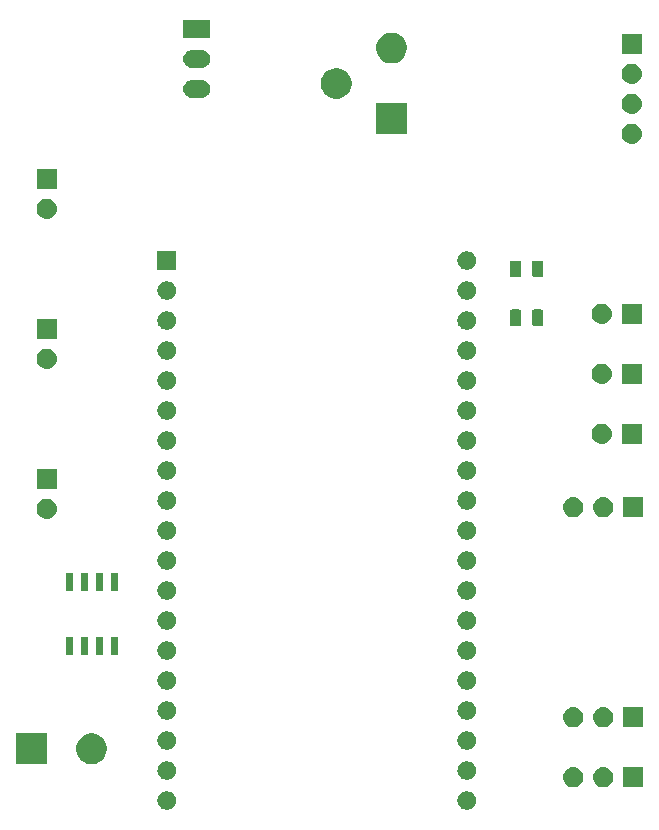
<source format=gbr>
G04 #@! TF.GenerationSoftware,KiCad,Pcbnew,5.0.1-33cea8e~68~ubuntu18.04.1*
G04 #@! TF.CreationDate,2018-11-19T17:19:21-08:00*
G04 #@! TF.ProjectId,Bioreactor,42696F72656163746F722E6B69636164,rev?*
G04 #@! TF.SameCoordinates,Original*
G04 #@! TF.FileFunction,Soldermask,Top*
G04 #@! TF.FilePolarity,Negative*
%FSLAX46Y46*%
G04 Gerber Fmt 4.6, Leading zero omitted, Abs format (unit mm)*
G04 Created by KiCad (PCBNEW 5.0.1-33cea8e~68~ubuntu18.04.1) date Mon 19 Nov 2018 05:19:21 PM PST*
%MOMM*%
%LPD*%
G01*
G04 APERTURE LIST*
%ADD10C,0.100000*%
G04 APERTURE END LIST*
D10*
G36*
X217397518Y-136969975D02*
X217539465Y-137028771D01*
X217539466Y-137028772D01*
X217539469Y-137028773D01*
X217667221Y-137114135D01*
X217667225Y-137114138D01*
X217775862Y-137222775D01*
X217775864Y-137222778D01*
X217775865Y-137222779D01*
X217861227Y-137350531D01*
X217920025Y-137492482D01*
X217950000Y-137643177D01*
X217950000Y-137796823D01*
X217920025Y-137947518D01*
X217861227Y-138089469D01*
X217775865Y-138217221D01*
X217775862Y-138217225D01*
X217667225Y-138325862D01*
X217667222Y-138325864D01*
X217667221Y-138325865D01*
X217539469Y-138411227D01*
X217539466Y-138411228D01*
X217539465Y-138411229D01*
X217397518Y-138470025D01*
X217246824Y-138500000D01*
X217093176Y-138500000D01*
X216942482Y-138470025D01*
X216800535Y-138411229D01*
X216800534Y-138411228D01*
X216800531Y-138411227D01*
X216672779Y-138325865D01*
X216672778Y-138325864D01*
X216672775Y-138325862D01*
X216564138Y-138217225D01*
X216564135Y-138217221D01*
X216478773Y-138089469D01*
X216419975Y-137947518D01*
X216390000Y-137796823D01*
X216390000Y-137643177D01*
X216419975Y-137492482D01*
X216478773Y-137350531D01*
X216564135Y-137222779D01*
X216564136Y-137222778D01*
X216564138Y-137222775D01*
X216672775Y-137114138D01*
X216672779Y-137114135D01*
X216800531Y-137028773D01*
X216800534Y-137028772D01*
X216800535Y-137028771D01*
X216942482Y-136969975D01*
X217093176Y-136940000D01*
X217246824Y-136940000D01*
X217397518Y-136969975D01*
X217397518Y-136969975D01*
G37*
G36*
X191997518Y-136969975D02*
X192139465Y-137028771D01*
X192139466Y-137028772D01*
X192139469Y-137028773D01*
X192267221Y-137114135D01*
X192267225Y-137114138D01*
X192375862Y-137222775D01*
X192375864Y-137222778D01*
X192375865Y-137222779D01*
X192461227Y-137350531D01*
X192520025Y-137492482D01*
X192550000Y-137643177D01*
X192550000Y-137796823D01*
X192520025Y-137947518D01*
X192461227Y-138089469D01*
X192375865Y-138217221D01*
X192375862Y-138217225D01*
X192267225Y-138325862D01*
X192267222Y-138325864D01*
X192267221Y-138325865D01*
X192139469Y-138411227D01*
X192139466Y-138411228D01*
X192139465Y-138411229D01*
X191997518Y-138470025D01*
X191846824Y-138500000D01*
X191693176Y-138500000D01*
X191542482Y-138470025D01*
X191400535Y-138411229D01*
X191400534Y-138411228D01*
X191400531Y-138411227D01*
X191272779Y-138325865D01*
X191272778Y-138325864D01*
X191272775Y-138325862D01*
X191164138Y-138217225D01*
X191164135Y-138217221D01*
X191078773Y-138089469D01*
X191019975Y-137947518D01*
X190990000Y-137796823D01*
X190990000Y-137643177D01*
X191019975Y-137492482D01*
X191078773Y-137350531D01*
X191164135Y-137222779D01*
X191164136Y-137222778D01*
X191164138Y-137222775D01*
X191272775Y-137114138D01*
X191272779Y-137114135D01*
X191400531Y-137028773D01*
X191400534Y-137028772D01*
X191400535Y-137028771D01*
X191542482Y-136969975D01*
X191693176Y-136940000D01*
X191846824Y-136940000D01*
X191997518Y-136969975D01*
X191997518Y-136969975D01*
G37*
G36*
X228908630Y-134915299D02*
X229068855Y-134963903D01*
X229216520Y-135042831D01*
X229345949Y-135149051D01*
X229452169Y-135278480D01*
X229531097Y-135426145D01*
X229579701Y-135586370D01*
X229596112Y-135753000D01*
X229579701Y-135919630D01*
X229531097Y-136079855D01*
X229452169Y-136227520D01*
X229345949Y-136356949D01*
X229216520Y-136463169D01*
X229068855Y-136542097D01*
X228908630Y-136590701D01*
X228783752Y-136603000D01*
X228700248Y-136603000D01*
X228575370Y-136590701D01*
X228415145Y-136542097D01*
X228267480Y-136463169D01*
X228138051Y-136356949D01*
X228031831Y-136227520D01*
X227952903Y-136079855D01*
X227904299Y-135919630D01*
X227887888Y-135753000D01*
X227904299Y-135586370D01*
X227952903Y-135426145D01*
X228031831Y-135278480D01*
X228138051Y-135149051D01*
X228267480Y-135042831D01*
X228415145Y-134963903D01*
X228575370Y-134915299D01*
X228700248Y-134903000D01*
X228783752Y-134903000D01*
X228908630Y-134915299D01*
X228908630Y-134915299D01*
G37*
G36*
X226368630Y-134915299D02*
X226528855Y-134963903D01*
X226676520Y-135042831D01*
X226805949Y-135149051D01*
X226912169Y-135278480D01*
X226991097Y-135426145D01*
X227039701Y-135586370D01*
X227056112Y-135753000D01*
X227039701Y-135919630D01*
X226991097Y-136079855D01*
X226912169Y-136227520D01*
X226805949Y-136356949D01*
X226676520Y-136463169D01*
X226528855Y-136542097D01*
X226368630Y-136590701D01*
X226243752Y-136603000D01*
X226160248Y-136603000D01*
X226035370Y-136590701D01*
X225875145Y-136542097D01*
X225727480Y-136463169D01*
X225598051Y-136356949D01*
X225491831Y-136227520D01*
X225412903Y-136079855D01*
X225364299Y-135919630D01*
X225347888Y-135753000D01*
X225364299Y-135586370D01*
X225412903Y-135426145D01*
X225491831Y-135278480D01*
X225598051Y-135149051D01*
X225727480Y-135042831D01*
X225875145Y-134963903D01*
X226035370Y-134915299D01*
X226160248Y-134903000D01*
X226243752Y-134903000D01*
X226368630Y-134915299D01*
X226368630Y-134915299D01*
G37*
G36*
X232132000Y-136603000D02*
X230432000Y-136603000D01*
X230432000Y-134903000D01*
X232132000Y-134903000D01*
X232132000Y-136603000D01*
X232132000Y-136603000D01*
G37*
G36*
X217397518Y-134429975D02*
X217539465Y-134488771D01*
X217539466Y-134488772D01*
X217539469Y-134488773D01*
X217667221Y-134574135D01*
X217667225Y-134574138D01*
X217775862Y-134682775D01*
X217775864Y-134682778D01*
X217775865Y-134682779D01*
X217861227Y-134810531D01*
X217861228Y-134810534D01*
X217861229Y-134810535D01*
X217920025Y-134952482D01*
X217937997Y-135042831D01*
X217950000Y-135103177D01*
X217950000Y-135256823D01*
X217920025Y-135407518D01*
X217861227Y-135549469D01*
X217775865Y-135677221D01*
X217775862Y-135677225D01*
X217667225Y-135785862D01*
X217667222Y-135785864D01*
X217667221Y-135785865D01*
X217539469Y-135871227D01*
X217539466Y-135871228D01*
X217539465Y-135871229D01*
X217397518Y-135930025D01*
X217246824Y-135960000D01*
X217093176Y-135960000D01*
X216942482Y-135930025D01*
X216800535Y-135871229D01*
X216800534Y-135871228D01*
X216800531Y-135871227D01*
X216672779Y-135785865D01*
X216672778Y-135785864D01*
X216672775Y-135785862D01*
X216564138Y-135677225D01*
X216564135Y-135677221D01*
X216478773Y-135549469D01*
X216419975Y-135407518D01*
X216390000Y-135256823D01*
X216390000Y-135103177D01*
X216402004Y-135042831D01*
X216419975Y-134952482D01*
X216478771Y-134810535D01*
X216478772Y-134810534D01*
X216478773Y-134810531D01*
X216564135Y-134682779D01*
X216564136Y-134682778D01*
X216564138Y-134682775D01*
X216672775Y-134574138D01*
X216672779Y-134574135D01*
X216800531Y-134488773D01*
X216800534Y-134488772D01*
X216800535Y-134488771D01*
X216942482Y-134429975D01*
X217093176Y-134400000D01*
X217246824Y-134400000D01*
X217397518Y-134429975D01*
X217397518Y-134429975D01*
G37*
G36*
X191997518Y-134429975D02*
X192139465Y-134488771D01*
X192139466Y-134488772D01*
X192139469Y-134488773D01*
X192267221Y-134574135D01*
X192267225Y-134574138D01*
X192375862Y-134682775D01*
X192375864Y-134682778D01*
X192375865Y-134682779D01*
X192461227Y-134810531D01*
X192461228Y-134810534D01*
X192461229Y-134810535D01*
X192520025Y-134952482D01*
X192537997Y-135042831D01*
X192550000Y-135103177D01*
X192550000Y-135256823D01*
X192520025Y-135407518D01*
X192461227Y-135549469D01*
X192375865Y-135677221D01*
X192375862Y-135677225D01*
X192267225Y-135785862D01*
X192267222Y-135785864D01*
X192267221Y-135785865D01*
X192139469Y-135871227D01*
X192139466Y-135871228D01*
X192139465Y-135871229D01*
X191997518Y-135930025D01*
X191846824Y-135960000D01*
X191693176Y-135960000D01*
X191542482Y-135930025D01*
X191400535Y-135871229D01*
X191400534Y-135871228D01*
X191400531Y-135871227D01*
X191272779Y-135785865D01*
X191272778Y-135785864D01*
X191272775Y-135785862D01*
X191164138Y-135677225D01*
X191164135Y-135677221D01*
X191078773Y-135549469D01*
X191019975Y-135407518D01*
X190990000Y-135256823D01*
X190990000Y-135103177D01*
X191002004Y-135042831D01*
X191019975Y-134952482D01*
X191078771Y-134810535D01*
X191078772Y-134810534D01*
X191078773Y-134810531D01*
X191164135Y-134682779D01*
X191164136Y-134682778D01*
X191164138Y-134682775D01*
X191272775Y-134574138D01*
X191272779Y-134574135D01*
X191400531Y-134488773D01*
X191400534Y-134488772D01*
X191400535Y-134488771D01*
X191542482Y-134429975D01*
X191693176Y-134400000D01*
X191846824Y-134400000D01*
X191997518Y-134429975D01*
X191997518Y-134429975D01*
G37*
G36*
X181640000Y-134650000D02*
X179040000Y-134650000D01*
X179040000Y-132050000D01*
X181640000Y-132050000D01*
X181640000Y-134650000D01*
X181640000Y-134650000D01*
G37*
G36*
X185799196Y-132099958D02*
X186035780Y-132197954D01*
X186248705Y-132340226D01*
X186429774Y-132521295D01*
X186572046Y-132734220D01*
X186670042Y-132970804D01*
X186720000Y-133221960D01*
X186720000Y-133478040D01*
X186670042Y-133729196D01*
X186572046Y-133965780D01*
X186429774Y-134178705D01*
X186248705Y-134359774D01*
X186035780Y-134502046D01*
X185799196Y-134600042D01*
X185548040Y-134650000D01*
X185291960Y-134650000D01*
X185040804Y-134600042D01*
X184804220Y-134502046D01*
X184591295Y-134359774D01*
X184410226Y-134178705D01*
X184267954Y-133965780D01*
X184169958Y-133729196D01*
X184120000Y-133478040D01*
X184120000Y-133221960D01*
X184169958Y-132970804D01*
X184267954Y-132734220D01*
X184410226Y-132521295D01*
X184591295Y-132340226D01*
X184804220Y-132197954D01*
X185040804Y-132099958D01*
X185291960Y-132050000D01*
X185548040Y-132050000D01*
X185799196Y-132099958D01*
X185799196Y-132099958D01*
G37*
G36*
X191997518Y-131889975D02*
X192139465Y-131948771D01*
X192139466Y-131948772D01*
X192139469Y-131948773D01*
X192267221Y-132034135D01*
X192267225Y-132034138D01*
X192375862Y-132142775D01*
X192375864Y-132142778D01*
X192375865Y-132142779D01*
X192461227Y-132270531D01*
X192520025Y-132412482D01*
X192550000Y-132563177D01*
X192550000Y-132716823D01*
X192520025Y-132867518D01*
X192461227Y-133009469D01*
X192375865Y-133137221D01*
X192375862Y-133137225D01*
X192267225Y-133245862D01*
X192267222Y-133245864D01*
X192267221Y-133245865D01*
X192139469Y-133331227D01*
X192139466Y-133331228D01*
X192139465Y-133331229D01*
X191997518Y-133390025D01*
X191846824Y-133420000D01*
X191693176Y-133420000D01*
X191542482Y-133390025D01*
X191400535Y-133331229D01*
X191400534Y-133331228D01*
X191400531Y-133331227D01*
X191272779Y-133245865D01*
X191272778Y-133245864D01*
X191272775Y-133245862D01*
X191164138Y-133137225D01*
X191164135Y-133137221D01*
X191078773Y-133009469D01*
X191019975Y-132867518D01*
X190990000Y-132716823D01*
X190990000Y-132563177D01*
X191019975Y-132412482D01*
X191078773Y-132270531D01*
X191164135Y-132142779D01*
X191164136Y-132142778D01*
X191164138Y-132142775D01*
X191272775Y-132034138D01*
X191272779Y-132034135D01*
X191400531Y-131948773D01*
X191400534Y-131948772D01*
X191400535Y-131948771D01*
X191542482Y-131889975D01*
X191693176Y-131860000D01*
X191846824Y-131860000D01*
X191997518Y-131889975D01*
X191997518Y-131889975D01*
G37*
G36*
X217397518Y-131889975D02*
X217539465Y-131948771D01*
X217539466Y-131948772D01*
X217539469Y-131948773D01*
X217667221Y-132034135D01*
X217667225Y-132034138D01*
X217775862Y-132142775D01*
X217775864Y-132142778D01*
X217775865Y-132142779D01*
X217861227Y-132270531D01*
X217920025Y-132412482D01*
X217950000Y-132563177D01*
X217950000Y-132716823D01*
X217920025Y-132867518D01*
X217861227Y-133009469D01*
X217775865Y-133137221D01*
X217775862Y-133137225D01*
X217667225Y-133245862D01*
X217667222Y-133245864D01*
X217667221Y-133245865D01*
X217539469Y-133331227D01*
X217539466Y-133331228D01*
X217539465Y-133331229D01*
X217397518Y-133390025D01*
X217246824Y-133420000D01*
X217093176Y-133420000D01*
X216942482Y-133390025D01*
X216800535Y-133331229D01*
X216800534Y-133331228D01*
X216800531Y-133331227D01*
X216672779Y-133245865D01*
X216672778Y-133245864D01*
X216672775Y-133245862D01*
X216564138Y-133137225D01*
X216564135Y-133137221D01*
X216478773Y-133009469D01*
X216419975Y-132867518D01*
X216390000Y-132716823D01*
X216390000Y-132563177D01*
X216419975Y-132412482D01*
X216478773Y-132270531D01*
X216564135Y-132142779D01*
X216564136Y-132142778D01*
X216564138Y-132142775D01*
X216672775Y-132034138D01*
X216672779Y-132034135D01*
X216800531Y-131948773D01*
X216800534Y-131948772D01*
X216800535Y-131948771D01*
X216942482Y-131889975D01*
X217093176Y-131860000D01*
X217246824Y-131860000D01*
X217397518Y-131889975D01*
X217397518Y-131889975D01*
G37*
G36*
X232132000Y-131523000D02*
X230432000Y-131523000D01*
X230432000Y-129823000D01*
X232132000Y-129823000D01*
X232132000Y-131523000D01*
X232132000Y-131523000D01*
G37*
G36*
X228908630Y-129835299D02*
X229068855Y-129883903D01*
X229216520Y-129962831D01*
X229345949Y-130069051D01*
X229452169Y-130198480D01*
X229531097Y-130346145D01*
X229579701Y-130506370D01*
X229596112Y-130673000D01*
X229579701Y-130839630D01*
X229531097Y-130999855D01*
X229452169Y-131147520D01*
X229345949Y-131276949D01*
X229216520Y-131383169D01*
X229068855Y-131462097D01*
X228908630Y-131510701D01*
X228783752Y-131523000D01*
X228700248Y-131523000D01*
X228575370Y-131510701D01*
X228415145Y-131462097D01*
X228267480Y-131383169D01*
X228138051Y-131276949D01*
X228031831Y-131147520D01*
X227952903Y-130999855D01*
X227904299Y-130839630D01*
X227887888Y-130673000D01*
X227904299Y-130506370D01*
X227952903Y-130346145D01*
X228031831Y-130198480D01*
X228138051Y-130069051D01*
X228267480Y-129962831D01*
X228415145Y-129883903D01*
X228575370Y-129835299D01*
X228700248Y-129823000D01*
X228783752Y-129823000D01*
X228908630Y-129835299D01*
X228908630Y-129835299D01*
G37*
G36*
X226368630Y-129835299D02*
X226528855Y-129883903D01*
X226676520Y-129962831D01*
X226805949Y-130069051D01*
X226912169Y-130198480D01*
X226991097Y-130346145D01*
X227039701Y-130506370D01*
X227056112Y-130673000D01*
X227039701Y-130839630D01*
X226991097Y-130999855D01*
X226912169Y-131147520D01*
X226805949Y-131276949D01*
X226676520Y-131383169D01*
X226528855Y-131462097D01*
X226368630Y-131510701D01*
X226243752Y-131523000D01*
X226160248Y-131523000D01*
X226035370Y-131510701D01*
X225875145Y-131462097D01*
X225727480Y-131383169D01*
X225598051Y-131276949D01*
X225491831Y-131147520D01*
X225412903Y-130999855D01*
X225364299Y-130839630D01*
X225347888Y-130673000D01*
X225364299Y-130506370D01*
X225412903Y-130346145D01*
X225491831Y-130198480D01*
X225598051Y-130069051D01*
X225727480Y-129962831D01*
X225875145Y-129883903D01*
X226035370Y-129835299D01*
X226160248Y-129823000D01*
X226243752Y-129823000D01*
X226368630Y-129835299D01*
X226368630Y-129835299D01*
G37*
G36*
X191997518Y-129349975D02*
X192139465Y-129408771D01*
X192139466Y-129408772D01*
X192139469Y-129408773D01*
X192267221Y-129494135D01*
X192267225Y-129494138D01*
X192375862Y-129602775D01*
X192375864Y-129602778D01*
X192375865Y-129602779D01*
X192461227Y-129730531D01*
X192461228Y-129730534D01*
X192461229Y-129730535D01*
X192520025Y-129872482D01*
X192537997Y-129962831D01*
X192550000Y-130023177D01*
X192550000Y-130176823D01*
X192520025Y-130327518D01*
X192461227Y-130469469D01*
X192375865Y-130597221D01*
X192375862Y-130597225D01*
X192267225Y-130705862D01*
X192267222Y-130705864D01*
X192267221Y-130705865D01*
X192139469Y-130791227D01*
X192139466Y-130791228D01*
X192139465Y-130791229D01*
X191997518Y-130850025D01*
X191846824Y-130880000D01*
X191693176Y-130880000D01*
X191542482Y-130850025D01*
X191400535Y-130791229D01*
X191400534Y-130791228D01*
X191400531Y-130791227D01*
X191272779Y-130705865D01*
X191272778Y-130705864D01*
X191272775Y-130705862D01*
X191164138Y-130597225D01*
X191164135Y-130597221D01*
X191078773Y-130469469D01*
X191019975Y-130327518D01*
X190990000Y-130176823D01*
X190990000Y-130023177D01*
X191002004Y-129962831D01*
X191019975Y-129872482D01*
X191078771Y-129730535D01*
X191078772Y-129730534D01*
X191078773Y-129730531D01*
X191164135Y-129602779D01*
X191164136Y-129602778D01*
X191164138Y-129602775D01*
X191272775Y-129494138D01*
X191272779Y-129494135D01*
X191400531Y-129408773D01*
X191400534Y-129408772D01*
X191400535Y-129408771D01*
X191542482Y-129349975D01*
X191693176Y-129320000D01*
X191846824Y-129320000D01*
X191997518Y-129349975D01*
X191997518Y-129349975D01*
G37*
G36*
X217397518Y-129349975D02*
X217539465Y-129408771D01*
X217539466Y-129408772D01*
X217539469Y-129408773D01*
X217667221Y-129494135D01*
X217667225Y-129494138D01*
X217775862Y-129602775D01*
X217775864Y-129602778D01*
X217775865Y-129602779D01*
X217861227Y-129730531D01*
X217861228Y-129730534D01*
X217861229Y-129730535D01*
X217920025Y-129872482D01*
X217937997Y-129962831D01*
X217950000Y-130023177D01*
X217950000Y-130176823D01*
X217920025Y-130327518D01*
X217861227Y-130469469D01*
X217775865Y-130597221D01*
X217775862Y-130597225D01*
X217667225Y-130705862D01*
X217667222Y-130705864D01*
X217667221Y-130705865D01*
X217539469Y-130791227D01*
X217539466Y-130791228D01*
X217539465Y-130791229D01*
X217397518Y-130850025D01*
X217246824Y-130880000D01*
X217093176Y-130880000D01*
X216942482Y-130850025D01*
X216800535Y-130791229D01*
X216800534Y-130791228D01*
X216800531Y-130791227D01*
X216672779Y-130705865D01*
X216672778Y-130705864D01*
X216672775Y-130705862D01*
X216564138Y-130597225D01*
X216564135Y-130597221D01*
X216478773Y-130469469D01*
X216419975Y-130327518D01*
X216390000Y-130176823D01*
X216390000Y-130023177D01*
X216402004Y-129962831D01*
X216419975Y-129872482D01*
X216478771Y-129730535D01*
X216478772Y-129730534D01*
X216478773Y-129730531D01*
X216564135Y-129602779D01*
X216564136Y-129602778D01*
X216564138Y-129602775D01*
X216672775Y-129494138D01*
X216672779Y-129494135D01*
X216800531Y-129408773D01*
X216800534Y-129408772D01*
X216800535Y-129408771D01*
X216942482Y-129349975D01*
X217093176Y-129320000D01*
X217246824Y-129320000D01*
X217397518Y-129349975D01*
X217397518Y-129349975D01*
G37*
G36*
X191997518Y-126809975D02*
X192139465Y-126868771D01*
X192139466Y-126868772D01*
X192139469Y-126868773D01*
X192267221Y-126954135D01*
X192267225Y-126954138D01*
X192375862Y-127062775D01*
X192375864Y-127062778D01*
X192375865Y-127062779D01*
X192461227Y-127190531D01*
X192520025Y-127332482D01*
X192550000Y-127483177D01*
X192550000Y-127636823D01*
X192520025Y-127787518D01*
X192461227Y-127929469D01*
X192375865Y-128057221D01*
X192375862Y-128057225D01*
X192267225Y-128165862D01*
X192267222Y-128165864D01*
X192267221Y-128165865D01*
X192139469Y-128251227D01*
X192139466Y-128251228D01*
X192139465Y-128251229D01*
X191997518Y-128310025D01*
X191846824Y-128340000D01*
X191693176Y-128340000D01*
X191542482Y-128310025D01*
X191400535Y-128251229D01*
X191400534Y-128251228D01*
X191400531Y-128251227D01*
X191272779Y-128165865D01*
X191272778Y-128165864D01*
X191272775Y-128165862D01*
X191164138Y-128057225D01*
X191164135Y-128057221D01*
X191078773Y-127929469D01*
X191019975Y-127787518D01*
X190990000Y-127636823D01*
X190990000Y-127483177D01*
X191019975Y-127332482D01*
X191078773Y-127190531D01*
X191164135Y-127062779D01*
X191164136Y-127062778D01*
X191164138Y-127062775D01*
X191272775Y-126954138D01*
X191272779Y-126954135D01*
X191400531Y-126868773D01*
X191400534Y-126868772D01*
X191400535Y-126868771D01*
X191542482Y-126809975D01*
X191693176Y-126780000D01*
X191846824Y-126780000D01*
X191997518Y-126809975D01*
X191997518Y-126809975D01*
G37*
G36*
X217397518Y-126809975D02*
X217539465Y-126868771D01*
X217539466Y-126868772D01*
X217539469Y-126868773D01*
X217667221Y-126954135D01*
X217667225Y-126954138D01*
X217775862Y-127062775D01*
X217775864Y-127062778D01*
X217775865Y-127062779D01*
X217861227Y-127190531D01*
X217920025Y-127332482D01*
X217950000Y-127483177D01*
X217950000Y-127636823D01*
X217920025Y-127787518D01*
X217861227Y-127929469D01*
X217775865Y-128057221D01*
X217775862Y-128057225D01*
X217667225Y-128165862D01*
X217667222Y-128165864D01*
X217667221Y-128165865D01*
X217539469Y-128251227D01*
X217539466Y-128251228D01*
X217539465Y-128251229D01*
X217397518Y-128310025D01*
X217246824Y-128340000D01*
X217093176Y-128340000D01*
X216942482Y-128310025D01*
X216800535Y-128251229D01*
X216800534Y-128251228D01*
X216800531Y-128251227D01*
X216672779Y-128165865D01*
X216672778Y-128165864D01*
X216672775Y-128165862D01*
X216564138Y-128057225D01*
X216564135Y-128057221D01*
X216478773Y-127929469D01*
X216419975Y-127787518D01*
X216390000Y-127636823D01*
X216390000Y-127483177D01*
X216419975Y-127332482D01*
X216478773Y-127190531D01*
X216564135Y-127062779D01*
X216564136Y-127062778D01*
X216564138Y-127062775D01*
X216672775Y-126954138D01*
X216672779Y-126954135D01*
X216800531Y-126868773D01*
X216800534Y-126868772D01*
X216800535Y-126868771D01*
X216942482Y-126809975D01*
X217093176Y-126780000D01*
X217246824Y-126780000D01*
X217397518Y-126809975D01*
X217397518Y-126809975D01*
G37*
G36*
X217397518Y-124269975D02*
X217539465Y-124328771D01*
X217539466Y-124328772D01*
X217539469Y-124328773D01*
X217667221Y-124414135D01*
X217667225Y-124414138D01*
X217775862Y-124522775D01*
X217775864Y-124522778D01*
X217775865Y-124522779D01*
X217861227Y-124650531D01*
X217920025Y-124792482D01*
X217950000Y-124943177D01*
X217950000Y-125096823D01*
X217920025Y-125247518D01*
X217861227Y-125389469D01*
X217857531Y-125395000D01*
X217775862Y-125517225D01*
X217667225Y-125625862D01*
X217667222Y-125625864D01*
X217667221Y-125625865D01*
X217539469Y-125711227D01*
X217539466Y-125711228D01*
X217539465Y-125711229D01*
X217397518Y-125770025D01*
X217246824Y-125800000D01*
X217093176Y-125800000D01*
X216942482Y-125770025D01*
X216800535Y-125711229D01*
X216800534Y-125711228D01*
X216800531Y-125711227D01*
X216672779Y-125625865D01*
X216672778Y-125625864D01*
X216672775Y-125625862D01*
X216564138Y-125517225D01*
X216482469Y-125395000D01*
X216478773Y-125389469D01*
X216419975Y-125247518D01*
X216390000Y-125096823D01*
X216390000Y-124943177D01*
X216419975Y-124792482D01*
X216478773Y-124650531D01*
X216564135Y-124522779D01*
X216564136Y-124522778D01*
X216564138Y-124522775D01*
X216672775Y-124414138D01*
X216672779Y-124414135D01*
X216800531Y-124328773D01*
X216800534Y-124328772D01*
X216800535Y-124328771D01*
X216942482Y-124269975D01*
X217093176Y-124240000D01*
X217246824Y-124240000D01*
X217397518Y-124269975D01*
X217397518Y-124269975D01*
G37*
G36*
X191997518Y-124269975D02*
X192139465Y-124328771D01*
X192139466Y-124328772D01*
X192139469Y-124328773D01*
X192267221Y-124414135D01*
X192267225Y-124414138D01*
X192375862Y-124522775D01*
X192375864Y-124522778D01*
X192375865Y-124522779D01*
X192461227Y-124650531D01*
X192520025Y-124792482D01*
X192550000Y-124943177D01*
X192550000Y-125096823D01*
X192520025Y-125247518D01*
X192461227Y-125389469D01*
X192457531Y-125395000D01*
X192375862Y-125517225D01*
X192267225Y-125625862D01*
X192267222Y-125625864D01*
X192267221Y-125625865D01*
X192139469Y-125711227D01*
X192139466Y-125711228D01*
X192139465Y-125711229D01*
X191997518Y-125770025D01*
X191846824Y-125800000D01*
X191693176Y-125800000D01*
X191542482Y-125770025D01*
X191400535Y-125711229D01*
X191400534Y-125711228D01*
X191400531Y-125711227D01*
X191272779Y-125625865D01*
X191272778Y-125625864D01*
X191272775Y-125625862D01*
X191164138Y-125517225D01*
X191082469Y-125395000D01*
X191078773Y-125389469D01*
X191019975Y-125247518D01*
X190990000Y-125096823D01*
X190990000Y-124943177D01*
X191019975Y-124792482D01*
X191078773Y-124650531D01*
X191164135Y-124522779D01*
X191164136Y-124522778D01*
X191164138Y-124522775D01*
X191272775Y-124414138D01*
X191272779Y-124414135D01*
X191400531Y-124328773D01*
X191400534Y-124328772D01*
X191400535Y-124328771D01*
X191542482Y-124269975D01*
X191693176Y-124240000D01*
X191846824Y-124240000D01*
X191997518Y-124269975D01*
X191997518Y-124269975D01*
G37*
G36*
X185085000Y-125395000D02*
X184485000Y-125395000D01*
X184485000Y-123845000D01*
X185085000Y-123845000D01*
X185085000Y-125395000D01*
X185085000Y-125395000D01*
G37*
G36*
X186355000Y-125395000D02*
X185755000Y-125395000D01*
X185755000Y-123845000D01*
X186355000Y-123845000D01*
X186355000Y-125395000D01*
X186355000Y-125395000D01*
G37*
G36*
X187625000Y-125395000D02*
X187025000Y-125395000D01*
X187025000Y-123845000D01*
X187625000Y-123845000D01*
X187625000Y-125395000D01*
X187625000Y-125395000D01*
G37*
G36*
X183815000Y-125395000D02*
X183215000Y-125395000D01*
X183215000Y-123845000D01*
X183815000Y-123845000D01*
X183815000Y-125395000D01*
X183815000Y-125395000D01*
G37*
G36*
X191997518Y-121729975D02*
X192139465Y-121788771D01*
X192139466Y-121788772D01*
X192139469Y-121788773D01*
X192267221Y-121874135D01*
X192267225Y-121874138D01*
X192375862Y-121982775D01*
X192375864Y-121982778D01*
X192375865Y-121982779D01*
X192461227Y-122110531D01*
X192520025Y-122252482D01*
X192550000Y-122403177D01*
X192550000Y-122556823D01*
X192520025Y-122707518D01*
X192461227Y-122849469D01*
X192375865Y-122977221D01*
X192375862Y-122977225D01*
X192267225Y-123085862D01*
X192267222Y-123085864D01*
X192267221Y-123085865D01*
X192139469Y-123171227D01*
X192139466Y-123171228D01*
X192139465Y-123171229D01*
X191997518Y-123230025D01*
X191846824Y-123260000D01*
X191693176Y-123260000D01*
X191542482Y-123230025D01*
X191400535Y-123171229D01*
X191400534Y-123171228D01*
X191400531Y-123171227D01*
X191272779Y-123085865D01*
X191272778Y-123085864D01*
X191272775Y-123085862D01*
X191164138Y-122977225D01*
X191164135Y-122977221D01*
X191078773Y-122849469D01*
X191019975Y-122707518D01*
X190990000Y-122556823D01*
X190990000Y-122403177D01*
X191019975Y-122252482D01*
X191078773Y-122110531D01*
X191164135Y-121982779D01*
X191164136Y-121982778D01*
X191164138Y-121982775D01*
X191272775Y-121874138D01*
X191272779Y-121874135D01*
X191400531Y-121788773D01*
X191400534Y-121788772D01*
X191400535Y-121788771D01*
X191542482Y-121729975D01*
X191693176Y-121700000D01*
X191846824Y-121700000D01*
X191997518Y-121729975D01*
X191997518Y-121729975D01*
G37*
G36*
X217397518Y-121729975D02*
X217539465Y-121788771D01*
X217539466Y-121788772D01*
X217539469Y-121788773D01*
X217667221Y-121874135D01*
X217667225Y-121874138D01*
X217775862Y-121982775D01*
X217775864Y-121982778D01*
X217775865Y-121982779D01*
X217861227Y-122110531D01*
X217920025Y-122252482D01*
X217950000Y-122403177D01*
X217950000Y-122556823D01*
X217920025Y-122707518D01*
X217861227Y-122849469D01*
X217775865Y-122977221D01*
X217775862Y-122977225D01*
X217667225Y-123085862D01*
X217667222Y-123085864D01*
X217667221Y-123085865D01*
X217539469Y-123171227D01*
X217539466Y-123171228D01*
X217539465Y-123171229D01*
X217397518Y-123230025D01*
X217246824Y-123260000D01*
X217093176Y-123260000D01*
X216942482Y-123230025D01*
X216800535Y-123171229D01*
X216800534Y-123171228D01*
X216800531Y-123171227D01*
X216672779Y-123085865D01*
X216672778Y-123085864D01*
X216672775Y-123085862D01*
X216564138Y-122977225D01*
X216564135Y-122977221D01*
X216478773Y-122849469D01*
X216419975Y-122707518D01*
X216390000Y-122556823D01*
X216390000Y-122403177D01*
X216419975Y-122252482D01*
X216478773Y-122110531D01*
X216564135Y-121982779D01*
X216564136Y-121982778D01*
X216564138Y-121982775D01*
X216672775Y-121874138D01*
X216672779Y-121874135D01*
X216800531Y-121788773D01*
X216800534Y-121788772D01*
X216800535Y-121788771D01*
X216942482Y-121729975D01*
X217093176Y-121700000D01*
X217246824Y-121700000D01*
X217397518Y-121729975D01*
X217397518Y-121729975D01*
G37*
G36*
X217397518Y-119189975D02*
X217539465Y-119248771D01*
X217539466Y-119248772D01*
X217539469Y-119248773D01*
X217667221Y-119334135D01*
X217667225Y-119334138D01*
X217775862Y-119442775D01*
X217775864Y-119442778D01*
X217775865Y-119442779D01*
X217861227Y-119570531D01*
X217920025Y-119712482D01*
X217950000Y-119863177D01*
X217950000Y-120016823D01*
X217920025Y-120167518D01*
X217861227Y-120309469D01*
X217775865Y-120437221D01*
X217775862Y-120437225D01*
X217667225Y-120545862D01*
X217667222Y-120545864D01*
X217667221Y-120545865D01*
X217539469Y-120631227D01*
X217539466Y-120631228D01*
X217539465Y-120631229D01*
X217397518Y-120690025D01*
X217246824Y-120720000D01*
X217093176Y-120720000D01*
X216942482Y-120690025D01*
X216800535Y-120631229D01*
X216800534Y-120631228D01*
X216800531Y-120631227D01*
X216672779Y-120545865D01*
X216672778Y-120545864D01*
X216672775Y-120545862D01*
X216564138Y-120437225D01*
X216564135Y-120437221D01*
X216478773Y-120309469D01*
X216419975Y-120167518D01*
X216390000Y-120016823D01*
X216390000Y-119863177D01*
X216419975Y-119712482D01*
X216478773Y-119570531D01*
X216564135Y-119442779D01*
X216564136Y-119442778D01*
X216564138Y-119442775D01*
X216672775Y-119334138D01*
X216672779Y-119334135D01*
X216800531Y-119248773D01*
X216800534Y-119248772D01*
X216800535Y-119248771D01*
X216942482Y-119189975D01*
X217093176Y-119160000D01*
X217246824Y-119160000D01*
X217397518Y-119189975D01*
X217397518Y-119189975D01*
G37*
G36*
X191997518Y-119189975D02*
X192139465Y-119248771D01*
X192139466Y-119248772D01*
X192139469Y-119248773D01*
X192267221Y-119334135D01*
X192267225Y-119334138D01*
X192375862Y-119442775D01*
X192375864Y-119442778D01*
X192375865Y-119442779D01*
X192461227Y-119570531D01*
X192520025Y-119712482D01*
X192550000Y-119863177D01*
X192550000Y-120016823D01*
X192520025Y-120167518D01*
X192461227Y-120309469D01*
X192375865Y-120437221D01*
X192375862Y-120437225D01*
X192267225Y-120545862D01*
X192267222Y-120545864D01*
X192267221Y-120545865D01*
X192139469Y-120631227D01*
X192139466Y-120631228D01*
X192139465Y-120631229D01*
X191997518Y-120690025D01*
X191846824Y-120720000D01*
X191693176Y-120720000D01*
X191542482Y-120690025D01*
X191400535Y-120631229D01*
X191400534Y-120631228D01*
X191400531Y-120631227D01*
X191272779Y-120545865D01*
X191272778Y-120545864D01*
X191272775Y-120545862D01*
X191164138Y-120437225D01*
X191164135Y-120437221D01*
X191078773Y-120309469D01*
X191019975Y-120167518D01*
X190990000Y-120016823D01*
X190990000Y-119863177D01*
X191019975Y-119712482D01*
X191078773Y-119570531D01*
X191164135Y-119442779D01*
X191164136Y-119442778D01*
X191164138Y-119442775D01*
X191272775Y-119334138D01*
X191272779Y-119334135D01*
X191400531Y-119248773D01*
X191400534Y-119248772D01*
X191400535Y-119248771D01*
X191542482Y-119189975D01*
X191693176Y-119160000D01*
X191846824Y-119160000D01*
X191997518Y-119189975D01*
X191997518Y-119189975D01*
G37*
G36*
X183815000Y-119995000D02*
X183215000Y-119995000D01*
X183215000Y-118445000D01*
X183815000Y-118445000D01*
X183815000Y-119995000D01*
X183815000Y-119995000D01*
G37*
G36*
X185085000Y-119995000D02*
X184485000Y-119995000D01*
X184485000Y-118445000D01*
X185085000Y-118445000D01*
X185085000Y-119995000D01*
X185085000Y-119995000D01*
G37*
G36*
X186355000Y-119995000D02*
X185755000Y-119995000D01*
X185755000Y-118445000D01*
X186355000Y-118445000D01*
X186355000Y-119995000D01*
X186355000Y-119995000D01*
G37*
G36*
X187625000Y-119995000D02*
X187025000Y-119995000D01*
X187025000Y-118445000D01*
X187625000Y-118445000D01*
X187625000Y-119995000D01*
X187625000Y-119995000D01*
G37*
G36*
X217397518Y-116649975D02*
X217539465Y-116708771D01*
X217539466Y-116708772D01*
X217539469Y-116708773D01*
X217667221Y-116794135D01*
X217667225Y-116794138D01*
X217775862Y-116902775D01*
X217775864Y-116902778D01*
X217775865Y-116902779D01*
X217861227Y-117030531D01*
X217920025Y-117172482D01*
X217950000Y-117323177D01*
X217950000Y-117476823D01*
X217920025Y-117627518D01*
X217861227Y-117769469D01*
X217775865Y-117897221D01*
X217775862Y-117897225D01*
X217667225Y-118005862D01*
X217667222Y-118005864D01*
X217667221Y-118005865D01*
X217539469Y-118091227D01*
X217539466Y-118091228D01*
X217539465Y-118091229D01*
X217397518Y-118150025D01*
X217246824Y-118180000D01*
X217093176Y-118180000D01*
X216942482Y-118150025D01*
X216800535Y-118091229D01*
X216800534Y-118091228D01*
X216800531Y-118091227D01*
X216672779Y-118005865D01*
X216672778Y-118005864D01*
X216672775Y-118005862D01*
X216564138Y-117897225D01*
X216564135Y-117897221D01*
X216478773Y-117769469D01*
X216419975Y-117627518D01*
X216390000Y-117476823D01*
X216390000Y-117323177D01*
X216419975Y-117172482D01*
X216478773Y-117030531D01*
X216564135Y-116902779D01*
X216564136Y-116902778D01*
X216564138Y-116902775D01*
X216672775Y-116794138D01*
X216672779Y-116794135D01*
X216800531Y-116708773D01*
X216800534Y-116708772D01*
X216800535Y-116708771D01*
X216942482Y-116649975D01*
X217093176Y-116620000D01*
X217246824Y-116620000D01*
X217397518Y-116649975D01*
X217397518Y-116649975D01*
G37*
G36*
X191997518Y-116649975D02*
X192139465Y-116708771D01*
X192139466Y-116708772D01*
X192139469Y-116708773D01*
X192267221Y-116794135D01*
X192267225Y-116794138D01*
X192375862Y-116902775D01*
X192375864Y-116902778D01*
X192375865Y-116902779D01*
X192461227Y-117030531D01*
X192520025Y-117172482D01*
X192550000Y-117323177D01*
X192550000Y-117476823D01*
X192520025Y-117627518D01*
X192461227Y-117769469D01*
X192375865Y-117897221D01*
X192375862Y-117897225D01*
X192267225Y-118005862D01*
X192267222Y-118005864D01*
X192267221Y-118005865D01*
X192139469Y-118091227D01*
X192139466Y-118091228D01*
X192139465Y-118091229D01*
X191997518Y-118150025D01*
X191846824Y-118180000D01*
X191693176Y-118180000D01*
X191542482Y-118150025D01*
X191400535Y-118091229D01*
X191400534Y-118091228D01*
X191400531Y-118091227D01*
X191272779Y-118005865D01*
X191272778Y-118005864D01*
X191272775Y-118005862D01*
X191164138Y-117897225D01*
X191164135Y-117897221D01*
X191078773Y-117769469D01*
X191019975Y-117627518D01*
X190990000Y-117476823D01*
X190990000Y-117323177D01*
X191019975Y-117172482D01*
X191078773Y-117030531D01*
X191164135Y-116902779D01*
X191164136Y-116902778D01*
X191164138Y-116902775D01*
X191272775Y-116794138D01*
X191272779Y-116794135D01*
X191400531Y-116708773D01*
X191400534Y-116708772D01*
X191400535Y-116708771D01*
X191542482Y-116649975D01*
X191693176Y-116620000D01*
X191846824Y-116620000D01*
X191997518Y-116649975D01*
X191997518Y-116649975D01*
G37*
G36*
X217397518Y-114109975D02*
X217539465Y-114168771D01*
X217539466Y-114168772D01*
X217539469Y-114168773D01*
X217667221Y-114254135D01*
X217667225Y-114254138D01*
X217775862Y-114362775D01*
X217775864Y-114362778D01*
X217775865Y-114362779D01*
X217861227Y-114490531D01*
X217920025Y-114632482D01*
X217950000Y-114783177D01*
X217950000Y-114936823D01*
X217920025Y-115087518D01*
X217861227Y-115229469D01*
X217775865Y-115357221D01*
X217775862Y-115357225D01*
X217667225Y-115465862D01*
X217667222Y-115465864D01*
X217667221Y-115465865D01*
X217539469Y-115551227D01*
X217539466Y-115551228D01*
X217539465Y-115551229D01*
X217397518Y-115610025D01*
X217246824Y-115640000D01*
X217093176Y-115640000D01*
X216942482Y-115610025D01*
X216800535Y-115551229D01*
X216800534Y-115551228D01*
X216800531Y-115551227D01*
X216672779Y-115465865D01*
X216672778Y-115465864D01*
X216672775Y-115465862D01*
X216564138Y-115357225D01*
X216564135Y-115357221D01*
X216478773Y-115229469D01*
X216419975Y-115087518D01*
X216390000Y-114936823D01*
X216390000Y-114783177D01*
X216419975Y-114632482D01*
X216478773Y-114490531D01*
X216564135Y-114362779D01*
X216564136Y-114362778D01*
X216564138Y-114362775D01*
X216672775Y-114254138D01*
X216672779Y-114254135D01*
X216800531Y-114168773D01*
X216800534Y-114168772D01*
X216800535Y-114168771D01*
X216942482Y-114109975D01*
X217093176Y-114080000D01*
X217246824Y-114080000D01*
X217397518Y-114109975D01*
X217397518Y-114109975D01*
G37*
G36*
X191997518Y-114109975D02*
X192139465Y-114168771D01*
X192139466Y-114168772D01*
X192139469Y-114168773D01*
X192267221Y-114254135D01*
X192267225Y-114254138D01*
X192375862Y-114362775D01*
X192375864Y-114362778D01*
X192375865Y-114362779D01*
X192461227Y-114490531D01*
X192520025Y-114632482D01*
X192550000Y-114783177D01*
X192550000Y-114936823D01*
X192520025Y-115087518D01*
X192461227Y-115229469D01*
X192375865Y-115357221D01*
X192375862Y-115357225D01*
X192267225Y-115465862D01*
X192267222Y-115465864D01*
X192267221Y-115465865D01*
X192139469Y-115551227D01*
X192139466Y-115551228D01*
X192139465Y-115551229D01*
X191997518Y-115610025D01*
X191846824Y-115640000D01*
X191693176Y-115640000D01*
X191542482Y-115610025D01*
X191400535Y-115551229D01*
X191400534Y-115551228D01*
X191400531Y-115551227D01*
X191272779Y-115465865D01*
X191272778Y-115465864D01*
X191272775Y-115465862D01*
X191164138Y-115357225D01*
X191164135Y-115357221D01*
X191078773Y-115229469D01*
X191019975Y-115087518D01*
X190990000Y-114936823D01*
X190990000Y-114783177D01*
X191019975Y-114632482D01*
X191078773Y-114490531D01*
X191164135Y-114362779D01*
X191164136Y-114362778D01*
X191164138Y-114362775D01*
X191272775Y-114254138D01*
X191272779Y-114254135D01*
X191400531Y-114168773D01*
X191400534Y-114168772D01*
X191400535Y-114168771D01*
X191542482Y-114109975D01*
X191693176Y-114080000D01*
X191846824Y-114080000D01*
X191997518Y-114109975D01*
X191997518Y-114109975D01*
G37*
G36*
X181776630Y-112192299D02*
X181936855Y-112240903D01*
X182084520Y-112319831D01*
X182213949Y-112426051D01*
X182320169Y-112555480D01*
X182399097Y-112703145D01*
X182447701Y-112863370D01*
X182464112Y-113030000D01*
X182447701Y-113196630D01*
X182399097Y-113356855D01*
X182320169Y-113504520D01*
X182213949Y-113633949D01*
X182084520Y-113740169D01*
X181936855Y-113819097D01*
X181776630Y-113867701D01*
X181651752Y-113880000D01*
X181568248Y-113880000D01*
X181443370Y-113867701D01*
X181283145Y-113819097D01*
X181135480Y-113740169D01*
X181006051Y-113633949D01*
X180899831Y-113504520D01*
X180820903Y-113356855D01*
X180772299Y-113196630D01*
X180755888Y-113030000D01*
X180772299Y-112863370D01*
X180820903Y-112703145D01*
X180899831Y-112555480D01*
X181006051Y-112426051D01*
X181135480Y-112319831D01*
X181283145Y-112240903D01*
X181443370Y-112192299D01*
X181568248Y-112180000D01*
X181651752Y-112180000D01*
X181776630Y-112192299D01*
X181776630Y-112192299D01*
G37*
G36*
X232132000Y-113743000D02*
X230432000Y-113743000D01*
X230432000Y-112043000D01*
X232132000Y-112043000D01*
X232132000Y-113743000D01*
X232132000Y-113743000D01*
G37*
G36*
X228908630Y-112055299D02*
X229068855Y-112103903D01*
X229216520Y-112182831D01*
X229345949Y-112289051D01*
X229452169Y-112418480D01*
X229531097Y-112566145D01*
X229579701Y-112726370D01*
X229596112Y-112893000D01*
X229579701Y-113059630D01*
X229531097Y-113219855D01*
X229452169Y-113367520D01*
X229345949Y-113496949D01*
X229216520Y-113603169D01*
X229068855Y-113682097D01*
X228908630Y-113730701D01*
X228783752Y-113743000D01*
X228700248Y-113743000D01*
X228575370Y-113730701D01*
X228415145Y-113682097D01*
X228267480Y-113603169D01*
X228138051Y-113496949D01*
X228031831Y-113367520D01*
X227952903Y-113219855D01*
X227904299Y-113059630D01*
X227887888Y-112893000D01*
X227904299Y-112726370D01*
X227952903Y-112566145D01*
X228031831Y-112418480D01*
X228138051Y-112289051D01*
X228267480Y-112182831D01*
X228415145Y-112103903D01*
X228575370Y-112055299D01*
X228700248Y-112043000D01*
X228783752Y-112043000D01*
X228908630Y-112055299D01*
X228908630Y-112055299D01*
G37*
G36*
X226368630Y-112055299D02*
X226528855Y-112103903D01*
X226676520Y-112182831D01*
X226805949Y-112289051D01*
X226912169Y-112418480D01*
X226991097Y-112566145D01*
X227039701Y-112726370D01*
X227056112Y-112893000D01*
X227039701Y-113059630D01*
X226991097Y-113219855D01*
X226912169Y-113367520D01*
X226805949Y-113496949D01*
X226676520Y-113603169D01*
X226528855Y-113682097D01*
X226368630Y-113730701D01*
X226243752Y-113743000D01*
X226160248Y-113743000D01*
X226035370Y-113730701D01*
X225875145Y-113682097D01*
X225727480Y-113603169D01*
X225598051Y-113496949D01*
X225491831Y-113367520D01*
X225412903Y-113219855D01*
X225364299Y-113059630D01*
X225347888Y-112893000D01*
X225364299Y-112726370D01*
X225412903Y-112566145D01*
X225491831Y-112418480D01*
X225598051Y-112289051D01*
X225727480Y-112182831D01*
X225875145Y-112103903D01*
X226035370Y-112055299D01*
X226160248Y-112043000D01*
X226243752Y-112043000D01*
X226368630Y-112055299D01*
X226368630Y-112055299D01*
G37*
G36*
X191997518Y-111569975D02*
X192139465Y-111628771D01*
X192139466Y-111628772D01*
X192139469Y-111628773D01*
X192267221Y-111714135D01*
X192267225Y-111714138D01*
X192375862Y-111822775D01*
X192375864Y-111822778D01*
X192375865Y-111822779D01*
X192461227Y-111950531D01*
X192461228Y-111950534D01*
X192461229Y-111950535D01*
X192520025Y-112092482D01*
X192537997Y-112182831D01*
X192550000Y-112243177D01*
X192550000Y-112396823D01*
X192520025Y-112547518D01*
X192461227Y-112689469D01*
X192375865Y-112817221D01*
X192375862Y-112817225D01*
X192267225Y-112925862D01*
X192267222Y-112925864D01*
X192267221Y-112925865D01*
X192139469Y-113011227D01*
X192139466Y-113011228D01*
X192139465Y-113011229D01*
X191997518Y-113070025D01*
X191846824Y-113100000D01*
X191693176Y-113100000D01*
X191542482Y-113070025D01*
X191400535Y-113011229D01*
X191400534Y-113011228D01*
X191400531Y-113011227D01*
X191272779Y-112925865D01*
X191272778Y-112925864D01*
X191272775Y-112925862D01*
X191164138Y-112817225D01*
X191164135Y-112817221D01*
X191078773Y-112689469D01*
X191019975Y-112547518D01*
X190990000Y-112396823D01*
X190990000Y-112243177D01*
X191002004Y-112182831D01*
X191019975Y-112092482D01*
X191078771Y-111950535D01*
X191078772Y-111950534D01*
X191078773Y-111950531D01*
X191164135Y-111822779D01*
X191164136Y-111822778D01*
X191164138Y-111822775D01*
X191272775Y-111714138D01*
X191272779Y-111714135D01*
X191400531Y-111628773D01*
X191400534Y-111628772D01*
X191400535Y-111628771D01*
X191542482Y-111569975D01*
X191693176Y-111540000D01*
X191846824Y-111540000D01*
X191997518Y-111569975D01*
X191997518Y-111569975D01*
G37*
G36*
X217397518Y-111569975D02*
X217539465Y-111628771D01*
X217539466Y-111628772D01*
X217539469Y-111628773D01*
X217667221Y-111714135D01*
X217667225Y-111714138D01*
X217775862Y-111822775D01*
X217775864Y-111822778D01*
X217775865Y-111822779D01*
X217861227Y-111950531D01*
X217861228Y-111950534D01*
X217861229Y-111950535D01*
X217920025Y-112092482D01*
X217937997Y-112182831D01*
X217950000Y-112243177D01*
X217950000Y-112396823D01*
X217920025Y-112547518D01*
X217861227Y-112689469D01*
X217775865Y-112817221D01*
X217775862Y-112817225D01*
X217667225Y-112925862D01*
X217667222Y-112925864D01*
X217667221Y-112925865D01*
X217539469Y-113011227D01*
X217539466Y-113011228D01*
X217539465Y-113011229D01*
X217397518Y-113070025D01*
X217246824Y-113100000D01*
X217093176Y-113100000D01*
X216942482Y-113070025D01*
X216800535Y-113011229D01*
X216800534Y-113011228D01*
X216800531Y-113011227D01*
X216672779Y-112925865D01*
X216672778Y-112925864D01*
X216672775Y-112925862D01*
X216564138Y-112817225D01*
X216564135Y-112817221D01*
X216478773Y-112689469D01*
X216419975Y-112547518D01*
X216390000Y-112396823D01*
X216390000Y-112243177D01*
X216402004Y-112182831D01*
X216419975Y-112092482D01*
X216478771Y-111950535D01*
X216478772Y-111950534D01*
X216478773Y-111950531D01*
X216564135Y-111822779D01*
X216564136Y-111822778D01*
X216564138Y-111822775D01*
X216672775Y-111714138D01*
X216672779Y-111714135D01*
X216800531Y-111628773D01*
X216800534Y-111628772D01*
X216800535Y-111628771D01*
X216942482Y-111569975D01*
X217093176Y-111540000D01*
X217246824Y-111540000D01*
X217397518Y-111569975D01*
X217397518Y-111569975D01*
G37*
G36*
X182460000Y-111340000D02*
X180760000Y-111340000D01*
X180760000Y-109640000D01*
X182460000Y-109640000D01*
X182460000Y-111340000D01*
X182460000Y-111340000D01*
G37*
G36*
X191997518Y-109029975D02*
X192139465Y-109088771D01*
X192139466Y-109088772D01*
X192139469Y-109088773D01*
X192267221Y-109174135D01*
X192267225Y-109174138D01*
X192375862Y-109282775D01*
X192375864Y-109282778D01*
X192375865Y-109282779D01*
X192461227Y-109410531D01*
X192520025Y-109552482D01*
X192550000Y-109703177D01*
X192550000Y-109856823D01*
X192520025Y-110007518D01*
X192461227Y-110149469D01*
X192375865Y-110277221D01*
X192375862Y-110277225D01*
X192267225Y-110385862D01*
X192267222Y-110385864D01*
X192267221Y-110385865D01*
X192139469Y-110471227D01*
X192139466Y-110471228D01*
X192139465Y-110471229D01*
X191997518Y-110530025D01*
X191846824Y-110560000D01*
X191693176Y-110560000D01*
X191542482Y-110530025D01*
X191400535Y-110471229D01*
X191400534Y-110471228D01*
X191400531Y-110471227D01*
X191272779Y-110385865D01*
X191272778Y-110385864D01*
X191272775Y-110385862D01*
X191164138Y-110277225D01*
X191164135Y-110277221D01*
X191078773Y-110149469D01*
X191019975Y-110007518D01*
X190990000Y-109856823D01*
X190990000Y-109703177D01*
X191019975Y-109552482D01*
X191078773Y-109410531D01*
X191164135Y-109282779D01*
X191164136Y-109282778D01*
X191164138Y-109282775D01*
X191272775Y-109174138D01*
X191272779Y-109174135D01*
X191400531Y-109088773D01*
X191400534Y-109088772D01*
X191400535Y-109088771D01*
X191542482Y-109029975D01*
X191693176Y-109000000D01*
X191846824Y-109000000D01*
X191997518Y-109029975D01*
X191997518Y-109029975D01*
G37*
G36*
X217397518Y-109029975D02*
X217539465Y-109088771D01*
X217539466Y-109088772D01*
X217539469Y-109088773D01*
X217667221Y-109174135D01*
X217667225Y-109174138D01*
X217775862Y-109282775D01*
X217775864Y-109282778D01*
X217775865Y-109282779D01*
X217861227Y-109410531D01*
X217920025Y-109552482D01*
X217950000Y-109703177D01*
X217950000Y-109856823D01*
X217920025Y-110007518D01*
X217861227Y-110149469D01*
X217775865Y-110277221D01*
X217775862Y-110277225D01*
X217667225Y-110385862D01*
X217667222Y-110385864D01*
X217667221Y-110385865D01*
X217539469Y-110471227D01*
X217539466Y-110471228D01*
X217539465Y-110471229D01*
X217397518Y-110530025D01*
X217246824Y-110560000D01*
X217093176Y-110560000D01*
X216942482Y-110530025D01*
X216800535Y-110471229D01*
X216800534Y-110471228D01*
X216800531Y-110471227D01*
X216672779Y-110385865D01*
X216672778Y-110385864D01*
X216672775Y-110385862D01*
X216564138Y-110277225D01*
X216564135Y-110277221D01*
X216478773Y-110149469D01*
X216419975Y-110007518D01*
X216390000Y-109856823D01*
X216390000Y-109703177D01*
X216419975Y-109552482D01*
X216478773Y-109410531D01*
X216564135Y-109282779D01*
X216564136Y-109282778D01*
X216564138Y-109282775D01*
X216672775Y-109174138D01*
X216672779Y-109174135D01*
X216800531Y-109088773D01*
X216800534Y-109088772D01*
X216800535Y-109088771D01*
X216942482Y-109029975D01*
X217093176Y-109000000D01*
X217246824Y-109000000D01*
X217397518Y-109029975D01*
X217397518Y-109029975D01*
G37*
G36*
X217397518Y-106489975D02*
X217539465Y-106548771D01*
X217539466Y-106548772D01*
X217539469Y-106548773D01*
X217667221Y-106634135D01*
X217667225Y-106634138D01*
X217775862Y-106742775D01*
X217775864Y-106742778D01*
X217775865Y-106742779D01*
X217861227Y-106870531D01*
X217920025Y-107012482D01*
X217950000Y-107163177D01*
X217950000Y-107316823D01*
X217920025Y-107467518D01*
X217861227Y-107609469D01*
X217775865Y-107737221D01*
X217775862Y-107737225D01*
X217667225Y-107845862D01*
X217667222Y-107845864D01*
X217667221Y-107845865D01*
X217539469Y-107931227D01*
X217539466Y-107931228D01*
X217539465Y-107931229D01*
X217397518Y-107990025D01*
X217246824Y-108020000D01*
X217093176Y-108020000D01*
X216942482Y-107990025D01*
X216800535Y-107931229D01*
X216800534Y-107931228D01*
X216800531Y-107931227D01*
X216672779Y-107845865D01*
X216672778Y-107845864D01*
X216672775Y-107845862D01*
X216564138Y-107737225D01*
X216564135Y-107737221D01*
X216478773Y-107609469D01*
X216419975Y-107467518D01*
X216390000Y-107316823D01*
X216390000Y-107163177D01*
X216419975Y-107012482D01*
X216478773Y-106870531D01*
X216564135Y-106742779D01*
X216564136Y-106742778D01*
X216564138Y-106742775D01*
X216672775Y-106634138D01*
X216672779Y-106634135D01*
X216800531Y-106548773D01*
X216800534Y-106548772D01*
X216800535Y-106548771D01*
X216942482Y-106489975D01*
X217093176Y-106460000D01*
X217246824Y-106460000D01*
X217397518Y-106489975D01*
X217397518Y-106489975D01*
G37*
G36*
X191997518Y-106489975D02*
X192139465Y-106548771D01*
X192139466Y-106548772D01*
X192139469Y-106548773D01*
X192267221Y-106634135D01*
X192267225Y-106634138D01*
X192375862Y-106742775D01*
X192375864Y-106742778D01*
X192375865Y-106742779D01*
X192461227Y-106870531D01*
X192520025Y-107012482D01*
X192550000Y-107163177D01*
X192550000Y-107316823D01*
X192520025Y-107467518D01*
X192461227Y-107609469D01*
X192375865Y-107737221D01*
X192375862Y-107737225D01*
X192267225Y-107845862D01*
X192267222Y-107845864D01*
X192267221Y-107845865D01*
X192139469Y-107931227D01*
X192139466Y-107931228D01*
X192139465Y-107931229D01*
X191997518Y-107990025D01*
X191846824Y-108020000D01*
X191693176Y-108020000D01*
X191542482Y-107990025D01*
X191400535Y-107931229D01*
X191400534Y-107931228D01*
X191400531Y-107931227D01*
X191272779Y-107845865D01*
X191272778Y-107845864D01*
X191272775Y-107845862D01*
X191164138Y-107737225D01*
X191164135Y-107737221D01*
X191078773Y-107609469D01*
X191019975Y-107467518D01*
X190990000Y-107316823D01*
X190990000Y-107163177D01*
X191019975Y-107012482D01*
X191078773Y-106870531D01*
X191164135Y-106742779D01*
X191164136Y-106742778D01*
X191164138Y-106742775D01*
X191272775Y-106634138D01*
X191272779Y-106634135D01*
X191400531Y-106548773D01*
X191400534Y-106548772D01*
X191400535Y-106548771D01*
X191542482Y-106489975D01*
X191693176Y-106460000D01*
X191846824Y-106460000D01*
X191997518Y-106489975D01*
X191997518Y-106489975D01*
G37*
G36*
X228766630Y-105842299D02*
X228926855Y-105890903D01*
X229074520Y-105969831D01*
X229203949Y-106076051D01*
X229310169Y-106205480D01*
X229389097Y-106353145D01*
X229437701Y-106513370D01*
X229454112Y-106680000D01*
X229437701Y-106846630D01*
X229389097Y-107006855D01*
X229310169Y-107154520D01*
X229203949Y-107283949D01*
X229074520Y-107390169D01*
X228926855Y-107469097D01*
X228766630Y-107517701D01*
X228641752Y-107530000D01*
X228558248Y-107530000D01*
X228433370Y-107517701D01*
X228273145Y-107469097D01*
X228125480Y-107390169D01*
X227996051Y-107283949D01*
X227889831Y-107154520D01*
X227810903Y-107006855D01*
X227762299Y-106846630D01*
X227745888Y-106680000D01*
X227762299Y-106513370D01*
X227810903Y-106353145D01*
X227889831Y-106205480D01*
X227996051Y-106076051D01*
X228125480Y-105969831D01*
X228273145Y-105890903D01*
X228433370Y-105842299D01*
X228558248Y-105830000D01*
X228641752Y-105830000D01*
X228766630Y-105842299D01*
X228766630Y-105842299D01*
G37*
G36*
X231990000Y-107530000D02*
X230290000Y-107530000D01*
X230290000Y-105830000D01*
X231990000Y-105830000D01*
X231990000Y-107530000D01*
X231990000Y-107530000D01*
G37*
G36*
X217397518Y-103949975D02*
X217539465Y-104008771D01*
X217539466Y-104008772D01*
X217539469Y-104008773D01*
X217667221Y-104094135D01*
X217667225Y-104094138D01*
X217775862Y-104202775D01*
X217775864Y-104202778D01*
X217775865Y-104202779D01*
X217861227Y-104330531D01*
X217920025Y-104472482D01*
X217950000Y-104623177D01*
X217950000Y-104776823D01*
X217920025Y-104927518D01*
X217861227Y-105069469D01*
X217775865Y-105197221D01*
X217775862Y-105197225D01*
X217667225Y-105305862D01*
X217667222Y-105305864D01*
X217667221Y-105305865D01*
X217539469Y-105391227D01*
X217539466Y-105391228D01*
X217539465Y-105391229D01*
X217397518Y-105450025D01*
X217246824Y-105480000D01*
X217093176Y-105480000D01*
X216942482Y-105450025D01*
X216800535Y-105391229D01*
X216800534Y-105391228D01*
X216800531Y-105391227D01*
X216672779Y-105305865D01*
X216672778Y-105305864D01*
X216672775Y-105305862D01*
X216564138Y-105197225D01*
X216564135Y-105197221D01*
X216478773Y-105069469D01*
X216419975Y-104927518D01*
X216390000Y-104776823D01*
X216390000Y-104623177D01*
X216419975Y-104472482D01*
X216478773Y-104330531D01*
X216564135Y-104202779D01*
X216564136Y-104202778D01*
X216564138Y-104202775D01*
X216672775Y-104094138D01*
X216672779Y-104094135D01*
X216800531Y-104008773D01*
X216800534Y-104008772D01*
X216800535Y-104008771D01*
X216942482Y-103949975D01*
X217093176Y-103920000D01*
X217246824Y-103920000D01*
X217397518Y-103949975D01*
X217397518Y-103949975D01*
G37*
G36*
X191997518Y-103949975D02*
X192139465Y-104008771D01*
X192139466Y-104008772D01*
X192139469Y-104008773D01*
X192267221Y-104094135D01*
X192267225Y-104094138D01*
X192375862Y-104202775D01*
X192375864Y-104202778D01*
X192375865Y-104202779D01*
X192461227Y-104330531D01*
X192520025Y-104472482D01*
X192550000Y-104623177D01*
X192550000Y-104776823D01*
X192520025Y-104927518D01*
X192461227Y-105069469D01*
X192375865Y-105197221D01*
X192375862Y-105197225D01*
X192267225Y-105305862D01*
X192267222Y-105305864D01*
X192267221Y-105305865D01*
X192139469Y-105391227D01*
X192139466Y-105391228D01*
X192139465Y-105391229D01*
X191997518Y-105450025D01*
X191846824Y-105480000D01*
X191693176Y-105480000D01*
X191542482Y-105450025D01*
X191400535Y-105391229D01*
X191400534Y-105391228D01*
X191400531Y-105391227D01*
X191272779Y-105305865D01*
X191272778Y-105305864D01*
X191272775Y-105305862D01*
X191164138Y-105197225D01*
X191164135Y-105197221D01*
X191078773Y-105069469D01*
X191019975Y-104927518D01*
X190990000Y-104776823D01*
X190990000Y-104623177D01*
X191019975Y-104472482D01*
X191078773Y-104330531D01*
X191164135Y-104202779D01*
X191164136Y-104202778D01*
X191164138Y-104202775D01*
X191272775Y-104094138D01*
X191272779Y-104094135D01*
X191400531Y-104008773D01*
X191400534Y-104008772D01*
X191400535Y-104008771D01*
X191542482Y-103949975D01*
X191693176Y-103920000D01*
X191846824Y-103920000D01*
X191997518Y-103949975D01*
X191997518Y-103949975D01*
G37*
G36*
X191997518Y-101409975D02*
X192139465Y-101468771D01*
X192139466Y-101468772D01*
X192139469Y-101468773D01*
X192267221Y-101554135D01*
X192267225Y-101554138D01*
X192375862Y-101662775D01*
X192375864Y-101662778D01*
X192375865Y-101662779D01*
X192461227Y-101790531D01*
X192520025Y-101932482D01*
X192550000Y-102083177D01*
X192550000Y-102236823D01*
X192520025Y-102387518D01*
X192461227Y-102529469D01*
X192375865Y-102657221D01*
X192375862Y-102657225D01*
X192267225Y-102765862D01*
X192267222Y-102765864D01*
X192267221Y-102765865D01*
X192139469Y-102851227D01*
X192139466Y-102851228D01*
X192139465Y-102851229D01*
X191997518Y-102910025D01*
X191846824Y-102940000D01*
X191693176Y-102940000D01*
X191542482Y-102910025D01*
X191400535Y-102851229D01*
X191400534Y-102851228D01*
X191400531Y-102851227D01*
X191272779Y-102765865D01*
X191272778Y-102765864D01*
X191272775Y-102765862D01*
X191164138Y-102657225D01*
X191164135Y-102657221D01*
X191078773Y-102529469D01*
X191019975Y-102387518D01*
X190990000Y-102236823D01*
X190990000Y-102083177D01*
X191019975Y-101932482D01*
X191078773Y-101790531D01*
X191164135Y-101662779D01*
X191164136Y-101662778D01*
X191164138Y-101662775D01*
X191272775Y-101554138D01*
X191272779Y-101554135D01*
X191400531Y-101468773D01*
X191400534Y-101468772D01*
X191400535Y-101468771D01*
X191542482Y-101409975D01*
X191693176Y-101380000D01*
X191846824Y-101380000D01*
X191997518Y-101409975D01*
X191997518Y-101409975D01*
G37*
G36*
X217397518Y-101409975D02*
X217539465Y-101468771D01*
X217539466Y-101468772D01*
X217539469Y-101468773D01*
X217667221Y-101554135D01*
X217667225Y-101554138D01*
X217775862Y-101662775D01*
X217775864Y-101662778D01*
X217775865Y-101662779D01*
X217861227Y-101790531D01*
X217920025Y-101932482D01*
X217950000Y-102083177D01*
X217950000Y-102236823D01*
X217920025Y-102387518D01*
X217861227Y-102529469D01*
X217775865Y-102657221D01*
X217775862Y-102657225D01*
X217667225Y-102765862D01*
X217667222Y-102765864D01*
X217667221Y-102765865D01*
X217539469Y-102851227D01*
X217539466Y-102851228D01*
X217539465Y-102851229D01*
X217397518Y-102910025D01*
X217246824Y-102940000D01*
X217093176Y-102940000D01*
X216942482Y-102910025D01*
X216800535Y-102851229D01*
X216800534Y-102851228D01*
X216800531Y-102851227D01*
X216672779Y-102765865D01*
X216672778Y-102765864D01*
X216672775Y-102765862D01*
X216564138Y-102657225D01*
X216564135Y-102657221D01*
X216478773Y-102529469D01*
X216419975Y-102387518D01*
X216390000Y-102236823D01*
X216390000Y-102083177D01*
X216419975Y-101932482D01*
X216478773Y-101790531D01*
X216564135Y-101662779D01*
X216564136Y-101662778D01*
X216564138Y-101662775D01*
X216672775Y-101554138D01*
X216672779Y-101554135D01*
X216800531Y-101468773D01*
X216800534Y-101468772D01*
X216800535Y-101468771D01*
X216942482Y-101409975D01*
X217093176Y-101380000D01*
X217246824Y-101380000D01*
X217397518Y-101409975D01*
X217397518Y-101409975D01*
G37*
G36*
X231990000Y-102450000D02*
X230290000Y-102450000D01*
X230290000Y-100750000D01*
X231990000Y-100750000D01*
X231990000Y-102450000D01*
X231990000Y-102450000D01*
G37*
G36*
X228766630Y-100762299D02*
X228926855Y-100810903D01*
X229074520Y-100889831D01*
X229203949Y-100996051D01*
X229310169Y-101125480D01*
X229389097Y-101273145D01*
X229437701Y-101433370D01*
X229454112Y-101600000D01*
X229437701Y-101766630D01*
X229389097Y-101926855D01*
X229310169Y-102074520D01*
X229203949Y-102203949D01*
X229074520Y-102310169D01*
X228926855Y-102389097D01*
X228766630Y-102437701D01*
X228641752Y-102450000D01*
X228558248Y-102450000D01*
X228433370Y-102437701D01*
X228273145Y-102389097D01*
X228125480Y-102310169D01*
X227996051Y-102203949D01*
X227889831Y-102074520D01*
X227810903Y-101926855D01*
X227762299Y-101766630D01*
X227745888Y-101600000D01*
X227762299Y-101433370D01*
X227810903Y-101273145D01*
X227889831Y-101125480D01*
X227996051Y-100996051D01*
X228125480Y-100889831D01*
X228273145Y-100810903D01*
X228433370Y-100762299D01*
X228558248Y-100750000D01*
X228641752Y-100750000D01*
X228766630Y-100762299D01*
X228766630Y-100762299D01*
G37*
G36*
X181776630Y-99492299D02*
X181936855Y-99540903D01*
X182084520Y-99619831D01*
X182213949Y-99726051D01*
X182320169Y-99855480D01*
X182399097Y-100003145D01*
X182447701Y-100163370D01*
X182464112Y-100330000D01*
X182447701Y-100496630D01*
X182399097Y-100656855D01*
X182320169Y-100804520D01*
X182213949Y-100933949D01*
X182084520Y-101040169D01*
X181936855Y-101119097D01*
X181776630Y-101167701D01*
X181651752Y-101180000D01*
X181568248Y-101180000D01*
X181443370Y-101167701D01*
X181283145Y-101119097D01*
X181135480Y-101040169D01*
X181006051Y-100933949D01*
X180899831Y-100804520D01*
X180820903Y-100656855D01*
X180772299Y-100496630D01*
X180755888Y-100330000D01*
X180772299Y-100163370D01*
X180820903Y-100003145D01*
X180899831Y-99855480D01*
X181006051Y-99726051D01*
X181135480Y-99619831D01*
X181283145Y-99540903D01*
X181443370Y-99492299D01*
X181568248Y-99480000D01*
X181651752Y-99480000D01*
X181776630Y-99492299D01*
X181776630Y-99492299D01*
G37*
G36*
X191997518Y-98869975D02*
X192139465Y-98928771D01*
X192139466Y-98928772D01*
X192139469Y-98928773D01*
X192267221Y-99014135D01*
X192267225Y-99014138D01*
X192375862Y-99122775D01*
X192375864Y-99122778D01*
X192375865Y-99122779D01*
X192461227Y-99250531D01*
X192520025Y-99392482D01*
X192550000Y-99543177D01*
X192550000Y-99696823D01*
X192520025Y-99847518D01*
X192461227Y-99989469D01*
X192375865Y-100117221D01*
X192375862Y-100117225D01*
X192267225Y-100225862D01*
X192267222Y-100225864D01*
X192267221Y-100225865D01*
X192139469Y-100311227D01*
X192139466Y-100311228D01*
X192139465Y-100311229D01*
X191997518Y-100370025D01*
X191846824Y-100400000D01*
X191693176Y-100400000D01*
X191542482Y-100370025D01*
X191400535Y-100311229D01*
X191400534Y-100311228D01*
X191400531Y-100311227D01*
X191272779Y-100225865D01*
X191272778Y-100225864D01*
X191272775Y-100225862D01*
X191164138Y-100117225D01*
X191164135Y-100117221D01*
X191078773Y-99989469D01*
X191019975Y-99847518D01*
X190990000Y-99696823D01*
X190990000Y-99543177D01*
X191019975Y-99392482D01*
X191078773Y-99250531D01*
X191164135Y-99122779D01*
X191164136Y-99122778D01*
X191164138Y-99122775D01*
X191272775Y-99014138D01*
X191272779Y-99014135D01*
X191400531Y-98928773D01*
X191400534Y-98928772D01*
X191400535Y-98928771D01*
X191542482Y-98869975D01*
X191693176Y-98840000D01*
X191846824Y-98840000D01*
X191997518Y-98869975D01*
X191997518Y-98869975D01*
G37*
G36*
X217397518Y-98869975D02*
X217539465Y-98928771D01*
X217539466Y-98928772D01*
X217539469Y-98928773D01*
X217667221Y-99014135D01*
X217667225Y-99014138D01*
X217775862Y-99122775D01*
X217775864Y-99122778D01*
X217775865Y-99122779D01*
X217861227Y-99250531D01*
X217920025Y-99392482D01*
X217950000Y-99543177D01*
X217950000Y-99696823D01*
X217920025Y-99847518D01*
X217861227Y-99989469D01*
X217775865Y-100117221D01*
X217775862Y-100117225D01*
X217667225Y-100225862D01*
X217667222Y-100225864D01*
X217667221Y-100225865D01*
X217539469Y-100311227D01*
X217539466Y-100311228D01*
X217539465Y-100311229D01*
X217397518Y-100370025D01*
X217246824Y-100400000D01*
X217093176Y-100400000D01*
X216942482Y-100370025D01*
X216800535Y-100311229D01*
X216800534Y-100311228D01*
X216800531Y-100311227D01*
X216672779Y-100225865D01*
X216672778Y-100225864D01*
X216672775Y-100225862D01*
X216564138Y-100117225D01*
X216564135Y-100117221D01*
X216478773Y-99989469D01*
X216419975Y-99847518D01*
X216390000Y-99696823D01*
X216390000Y-99543177D01*
X216419975Y-99392482D01*
X216478773Y-99250531D01*
X216564135Y-99122779D01*
X216564136Y-99122778D01*
X216564138Y-99122775D01*
X216672775Y-99014138D01*
X216672779Y-99014135D01*
X216800531Y-98928773D01*
X216800534Y-98928772D01*
X216800535Y-98928771D01*
X216942482Y-98869975D01*
X217093176Y-98840000D01*
X217246824Y-98840000D01*
X217397518Y-98869975D01*
X217397518Y-98869975D01*
G37*
G36*
X182460000Y-98640000D02*
X180760000Y-98640000D01*
X180760000Y-96940000D01*
X182460000Y-96940000D01*
X182460000Y-98640000D01*
X182460000Y-98640000D01*
G37*
G36*
X191997518Y-96329975D02*
X192139465Y-96388771D01*
X192139466Y-96388772D01*
X192139469Y-96388773D01*
X192267221Y-96474135D01*
X192267225Y-96474138D01*
X192375862Y-96582775D01*
X192375864Y-96582778D01*
X192375865Y-96582779D01*
X192461227Y-96710531D01*
X192461228Y-96710534D01*
X192461229Y-96710535D01*
X192520025Y-96852482D01*
X192550000Y-97003176D01*
X192550000Y-97156824D01*
X192520025Y-97307518D01*
X192480878Y-97402029D01*
X192461227Y-97449469D01*
X192392383Y-97552500D01*
X192375862Y-97577225D01*
X192267225Y-97685862D01*
X192267222Y-97685864D01*
X192267221Y-97685865D01*
X192139469Y-97771227D01*
X192139466Y-97771228D01*
X192139465Y-97771229D01*
X191997518Y-97830025D01*
X191846824Y-97860000D01*
X191693176Y-97860000D01*
X191542482Y-97830025D01*
X191400535Y-97771229D01*
X191400534Y-97771228D01*
X191400531Y-97771227D01*
X191272779Y-97685865D01*
X191272778Y-97685864D01*
X191272775Y-97685862D01*
X191164138Y-97577225D01*
X191147617Y-97552500D01*
X191078773Y-97449469D01*
X191059123Y-97402029D01*
X191019975Y-97307518D01*
X190990000Y-97156824D01*
X190990000Y-97003176D01*
X191019975Y-96852482D01*
X191078771Y-96710535D01*
X191078772Y-96710534D01*
X191078773Y-96710531D01*
X191164135Y-96582779D01*
X191164136Y-96582778D01*
X191164138Y-96582775D01*
X191272775Y-96474138D01*
X191272779Y-96474135D01*
X191400531Y-96388773D01*
X191400534Y-96388772D01*
X191400535Y-96388771D01*
X191542482Y-96329975D01*
X191693176Y-96300000D01*
X191846824Y-96300000D01*
X191997518Y-96329975D01*
X191997518Y-96329975D01*
G37*
G36*
X217397518Y-96329975D02*
X217539465Y-96388771D01*
X217539466Y-96388772D01*
X217539469Y-96388773D01*
X217667221Y-96474135D01*
X217667225Y-96474138D01*
X217775862Y-96582775D01*
X217775864Y-96582778D01*
X217775865Y-96582779D01*
X217861227Y-96710531D01*
X217861228Y-96710534D01*
X217861229Y-96710535D01*
X217920025Y-96852482D01*
X217950000Y-97003176D01*
X217950000Y-97156824D01*
X217920025Y-97307518D01*
X217880878Y-97402029D01*
X217861227Y-97449469D01*
X217792383Y-97552500D01*
X217775862Y-97577225D01*
X217667225Y-97685862D01*
X217667222Y-97685864D01*
X217667221Y-97685865D01*
X217539469Y-97771227D01*
X217539466Y-97771228D01*
X217539465Y-97771229D01*
X217397518Y-97830025D01*
X217246824Y-97860000D01*
X217093176Y-97860000D01*
X216942482Y-97830025D01*
X216800535Y-97771229D01*
X216800534Y-97771228D01*
X216800531Y-97771227D01*
X216672779Y-97685865D01*
X216672778Y-97685864D01*
X216672775Y-97685862D01*
X216564138Y-97577225D01*
X216547617Y-97552500D01*
X216478773Y-97449469D01*
X216459123Y-97402029D01*
X216419975Y-97307518D01*
X216390000Y-97156824D01*
X216390000Y-97003176D01*
X216419975Y-96852482D01*
X216478771Y-96710535D01*
X216478772Y-96710534D01*
X216478773Y-96710531D01*
X216564135Y-96582779D01*
X216564136Y-96582778D01*
X216564138Y-96582775D01*
X216672775Y-96474138D01*
X216672779Y-96474135D01*
X216800531Y-96388773D01*
X216800534Y-96388772D01*
X216800535Y-96388771D01*
X216942482Y-96329975D01*
X217093176Y-96300000D01*
X217246824Y-96300000D01*
X217397518Y-96329975D01*
X217397518Y-96329975D01*
G37*
G36*
X223528992Y-96156576D02*
X223562883Y-96166857D01*
X223594111Y-96183548D01*
X223621485Y-96206015D01*
X223643952Y-96233389D01*
X223660643Y-96264617D01*
X223670924Y-96298508D01*
X223675000Y-96339891D01*
X223675000Y-97365109D01*
X223670924Y-97406492D01*
X223660643Y-97440383D01*
X223643952Y-97471611D01*
X223621485Y-97498985D01*
X223594111Y-97521452D01*
X223562883Y-97538143D01*
X223528992Y-97548424D01*
X223487609Y-97552500D01*
X222887391Y-97552500D01*
X222846008Y-97548424D01*
X222812117Y-97538143D01*
X222780889Y-97521452D01*
X222753515Y-97498985D01*
X222731048Y-97471611D01*
X222714357Y-97440383D01*
X222704076Y-97406492D01*
X222700000Y-97365109D01*
X222700000Y-96339891D01*
X222704076Y-96298508D01*
X222714357Y-96264617D01*
X222731048Y-96233389D01*
X222753515Y-96206015D01*
X222780889Y-96183548D01*
X222812117Y-96166857D01*
X222846008Y-96156576D01*
X222887391Y-96152500D01*
X223487609Y-96152500D01*
X223528992Y-96156576D01*
X223528992Y-96156576D01*
G37*
G36*
X221653992Y-96156576D02*
X221687883Y-96166857D01*
X221719111Y-96183548D01*
X221746485Y-96206015D01*
X221768952Y-96233389D01*
X221785643Y-96264617D01*
X221795924Y-96298508D01*
X221800000Y-96339891D01*
X221800000Y-97365109D01*
X221795924Y-97406492D01*
X221785643Y-97440383D01*
X221768952Y-97471611D01*
X221746485Y-97498985D01*
X221719111Y-97521452D01*
X221687883Y-97538143D01*
X221653992Y-97548424D01*
X221612609Y-97552500D01*
X221012391Y-97552500D01*
X220971008Y-97548424D01*
X220937117Y-97538143D01*
X220905889Y-97521452D01*
X220878515Y-97498985D01*
X220856048Y-97471611D01*
X220839357Y-97440383D01*
X220829076Y-97406492D01*
X220825000Y-97365109D01*
X220825000Y-96339891D01*
X220829076Y-96298508D01*
X220839357Y-96264617D01*
X220856048Y-96233389D01*
X220878515Y-96206015D01*
X220905889Y-96183548D01*
X220937117Y-96166857D01*
X220971008Y-96156576D01*
X221012391Y-96152500D01*
X221612609Y-96152500D01*
X221653992Y-96156576D01*
X221653992Y-96156576D01*
G37*
G36*
X231990000Y-97370000D02*
X230290000Y-97370000D01*
X230290000Y-95670000D01*
X231990000Y-95670000D01*
X231990000Y-97370000D01*
X231990000Y-97370000D01*
G37*
G36*
X228766630Y-95682299D02*
X228926855Y-95730903D01*
X229074520Y-95809831D01*
X229203949Y-95916051D01*
X229310169Y-96045480D01*
X229389097Y-96193145D01*
X229437701Y-96353370D01*
X229454112Y-96520000D01*
X229437701Y-96686630D01*
X229389097Y-96846855D01*
X229310169Y-96994520D01*
X229203949Y-97123949D01*
X229074520Y-97230169D01*
X228926855Y-97309097D01*
X228766630Y-97357701D01*
X228641752Y-97370000D01*
X228558248Y-97370000D01*
X228433370Y-97357701D01*
X228273145Y-97309097D01*
X228125480Y-97230169D01*
X227996051Y-97123949D01*
X227889831Y-96994520D01*
X227810903Y-96846855D01*
X227762299Y-96686630D01*
X227745888Y-96520000D01*
X227762299Y-96353370D01*
X227810903Y-96193145D01*
X227889831Y-96045480D01*
X227996051Y-95916051D01*
X228125480Y-95809831D01*
X228273145Y-95730903D01*
X228433370Y-95682299D01*
X228558248Y-95670000D01*
X228641752Y-95670000D01*
X228766630Y-95682299D01*
X228766630Y-95682299D01*
G37*
G36*
X191997518Y-93789975D02*
X192139465Y-93848771D01*
X192139466Y-93848772D01*
X192139469Y-93848773D01*
X192267221Y-93934135D01*
X192267225Y-93934138D01*
X192375862Y-94042775D01*
X192375864Y-94042778D01*
X192375865Y-94042779D01*
X192461227Y-94170531D01*
X192520025Y-94312482D01*
X192550000Y-94463177D01*
X192550000Y-94616823D01*
X192520025Y-94767518D01*
X192461227Y-94909469D01*
X192375865Y-95037221D01*
X192375862Y-95037225D01*
X192267225Y-95145862D01*
X192267222Y-95145864D01*
X192267221Y-95145865D01*
X192139469Y-95231227D01*
X192139466Y-95231228D01*
X192139465Y-95231229D01*
X191997518Y-95290025D01*
X191846824Y-95320000D01*
X191693176Y-95320000D01*
X191542482Y-95290025D01*
X191400535Y-95231229D01*
X191400534Y-95231228D01*
X191400531Y-95231227D01*
X191272779Y-95145865D01*
X191272778Y-95145864D01*
X191272775Y-95145862D01*
X191164138Y-95037225D01*
X191164135Y-95037221D01*
X191078773Y-94909469D01*
X191019975Y-94767518D01*
X190990000Y-94616823D01*
X190990000Y-94463177D01*
X191019975Y-94312482D01*
X191078773Y-94170531D01*
X191164135Y-94042779D01*
X191164136Y-94042778D01*
X191164138Y-94042775D01*
X191272775Y-93934138D01*
X191272779Y-93934135D01*
X191400531Y-93848773D01*
X191400534Y-93848772D01*
X191400535Y-93848771D01*
X191542482Y-93789975D01*
X191693176Y-93760000D01*
X191846824Y-93760000D01*
X191997518Y-93789975D01*
X191997518Y-93789975D01*
G37*
G36*
X217397518Y-93789975D02*
X217539465Y-93848771D01*
X217539466Y-93848772D01*
X217539469Y-93848773D01*
X217667221Y-93934135D01*
X217667225Y-93934138D01*
X217775862Y-94042775D01*
X217775864Y-94042778D01*
X217775865Y-94042779D01*
X217861227Y-94170531D01*
X217920025Y-94312482D01*
X217950000Y-94463177D01*
X217950000Y-94616823D01*
X217920025Y-94767518D01*
X217861227Y-94909469D01*
X217775865Y-95037221D01*
X217775862Y-95037225D01*
X217667225Y-95145862D01*
X217667222Y-95145864D01*
X217667221Y-95145865D01*
X217539469Y-95231227D01*
X217539466Y-95231228D01*
X217539465Y-95231229D01*
X217397518Y-95290025D01*
X217246824Y-95320000D01*
X217093176Y-95320000D01*
X216942482Y-95290025D01*
X216800535Y-95231229D01*
X216800534Y-95231228D01*
X216800531Y-95231227D01*
X216672779Y-95145865D01*
X216672778Y-95145864D01*
X216672775Y-95145862D01*
X216564138Y-95037225D01*
X216564135Y-95037221D01*
X216478773Y-94909469D01*
X216419975Y-94767518D01*
X216390000Y-94616823D01*
X216390000Y-94463177D01*
X216419975Y-94312482D01*
X216478773Y-94170531D01*
X216564135Y-94042779D01*
X216564136Y-94042778D01*
X216564138Y-94042775D01*
X216672775Y-93934138D01*
X216672779Y-93934135D01*
X216800531Y-93848773D01*
X216800534Y-93848772D01*
X216800535Y-93848771D01*
X216942482Y-93789975D01*
X217093176Y-93760000D01*
X217246824Y-93760000D01*
X217397518Y-93789975D01*
X217397518Y-93789975D01*
G37*
G36*
X221653992Y-92014076D02*
X221687883Y-92024357D01*
X221719111Y-92041048D01*
X221746485Y-92063515D01*
X221768952Y-92090889D01*
X221785643Y-92122117D01*
X221795924Y-92156008D01*
X221800000Y-92197391D01*
X221800000Y-93222609D01*
X221795924Y-93263992D01*
X221785643Y-93297883D01*
X221768952Y-93329111D01*
X221746485Y-93356485D01*
X221719111Y-93378952D01*
X221687883Y-93395643D01*
X221653992Y-93405924D01*
X221612609Y-93410000D01*
X221012391Y-93410000D01*
X220971008Y-93405924D01*
X220937117Y-93395643D01*
X220905889Y-93378952D01*
X220878515Y-93356485D01*
X220856048Y-93329111D01*
X220839357Y-93297883D01*
X220829076Y-93263992D01*
X220825000Y-93222609D01*
X220825000Y-92197391D01*
X220829076Y-92156008D01*
X220839357Y-92122117D01*
X220856048Y-92090889D01*
X220878515Y-92063515D01*
X220905889Y-92041048D01*
X220937117Y-92024357D01*
X220971008Y-92014076D01*
X221012391Y-92010000D01*
X221612609Y-92010000D01*
X221653992Y-92014076D01*
X221653992Y-92014076D01*
G37*
G36*
X223528992Y-92014076D02*
X223562883Y-92024357D01*
X223594111Y-92041048D01*
X223621485Y-92063515D01*
X223643952Y-92090889D01*
X223660643Y-92122117D01*
X223670924Y-92156008D01*
X223675000Y-92197391D01*
X223675000Y-93222609D01*
X223670924Y-93263992D01*
X223660643Y-93297883D01*
X223643952Y-93329111D01*
X223621485Y-93356485D01*
X223594111Y-93378952D01*
X223562883Y-93395643D01*
X223528992Y-93405924D01*
X223487609Y-93410000D01*
X222887391Y-93410000D01*
X222846008Y-93405924D01*
X222812117Y-93395643D01*
X222780889Y-93378952D01*
X222753515Y-93356485D01*
X222731048Y-93329111D01*
X222714357Y-93297883D01*
X222704076Y-93263992D01*
X222700000Y-93222609D01*
X222700000Y-92197391D01*
X222704076Y-92156008D01*
X222714357Y-92122117D01*
X222731048Y-92090889D01*
X222753515Y-92063515D01*
X222780889Y-92041048D01*
X222812117Y-92024357D01*
X222846008Y-92014076D01*
X222887391Y-92010000D01*
X223487609Y-92010000D01*
X223528992Y-92014076D01*
X223528992Y-92014076D01*
G37*
G36*
X217397518Y-91249975D02*
X217539465Y-91308771D01*
X217539466Y-91308772D01*
X217539469Y-91308773D01*
X217667221Y-91394135D01*
X217667225Y-91394138D01*
X217775862Y-91502775D01*
X217775864Y-91502778D01*
X217775865Y-91502779D01*
X217861227Y-91630531D01*
X217861228Y-91630534D01*
X217861229Y-91630535D01*
X217920025Y-91772482D01*
X217950000Y-91923176D01*
X217950000Y-92076824D01*
X217926018Y-92197391D01*
X217920025Y-92227518D01*
X217861227Y-92369469D01*
X217775865Y-92497221D01*
X217775862Y-92497225D01*
X217667225Y-92605862D01*
X217667222Y-92605864D01*
X217667221Y-92605865D01*
X217539469Y-92691227D01*
X217539466Y-92691228D01*
X217539465Y-92691229D01*
X217397518Y-92750025D01*
X217246824Y-92780000D01*
X217093176Y-92780000D01*
X216942482Y-92750025D01*
X216800535Y-92691229D01*
X216800534Y-92691228D01*
X216800531Y-92691227D01*
X216672779Y-92605865D01*
X216672778Y-92605864D01*
X216672775Y-92605862D01*
X216564138Y-92497225D01*
X216564135Y-92497221D01*
X216478773Y-92369469D01*
X216419975Y-92227518D01*
X216413982Y-92197391D01*
X216390000Y-92076824D01*
X216390000Y-91923176D01*
X216419975Y-91772482D01*
X216478771Y-91630535D01*
X216478772Y-91630534D01*
X216478773Y-91630531D01*
X216564135Y-91502779D01*
X216564136Y-91502778D01*
X216564138Y-91502775D01*
X216672775Y-91394138D01*
X216672779Y-91394135D01*
X216800531Y-91308773D01*
X216800534Y-91308772D01*
X216800535Y-91308771D01*
X216942482Y-91249975D01*
X217093176Y-91220000D01*
X217246824Y-91220000D01*
X217397518Y-91249975D01*
X217397518Y-91249975D01*
G37*
G36*
X192550000Y-92780000D02*
X190990000Y-92780000D01*
X190990000Y-91220000D01*
X192550000Y-91220000D01*
X192550000Y-92780000D01*
X192550000Y-92780000D01*
G37*
G36*
X181776630Y-86792299D02*
X181936855Y-86840903D01*
X182084520Y-86919831D01*
X182213949Y-87026051D01*
X182320169Y-87155480D01*
X182399097Y-87303145D01*
X182447701Y-87463370D01*
X182464112Y-87630000D01*
X182447701Y-87796630D01*
X182399097Y-87956855D01*
X182320169Y-88104520D01*
X182213949Y-88233949D01*
X182084520Y-88340169D01*
X181936855Y-88419097D01*
X181776630Y-88467701D01*
X181651752Y-88480000D01*
X181568248Y-88480000D01*
X181443370Y-88467701D01*
X181283145Y-88419097D01*
X181135480Y-88340169D01*
X181006051Y-88233949D01*
X180899831Y-88104520D01*
X180820903Y-87956855D01*
X180772299Y-87796630D01*
X180755888Y-87630000D01*
X180772299Y-87463370D01*
X180820903Y-87303145D01*
X180899831Y-87155480D01*
X181006051Y-87026051D01*
X181135480Y-86919831D01*
X181283145Y-86840903D01*
X181443370Y-86792299D01*
X181568248Y-86780000D01*
X181651752Y-86780000D01*
X181776630Y-86792299D01*
X181776630Y-86792299D01*
G37*
G36*
X182460000Y-85940000D02*
X180760000Y-85940000D01*
X180760000Y-84240000D01*
X182460000Y-84240000D01*
X182460000Y-85940000D01*
X182460000Y-85940000D01*
G37*
G36*
X231306630Y-80442299D02*
X231466855Y-80490903D01*
X231614520Y-80569831D01*
X231743949Y-80676051D01*
X231850169Y-80805480D01*
X231929097Y-80953145D01*
X231977701Y-81113370D01*
X231994112Y-81280000D01*
X231977701Y-81446630D01*
X231929097Y-81606855D01*
X231850169Y-81754520D01*
X231743949Y-81883949D01*
X231614520Y-81990169D01*
X231466855Y-82069097D01*
X231306630Y-82117701D01*
X231181752Y-82130000D01*
X231098248Y-82130000D01*
X230973370Y-82117701D01*
X230813145Y-82069097D01*
X230665480Y-81990169D01*
X230536051Y-81883949D01*
X230429831Y-81754520D01*
X230350903Y-81606855D01*
X230302299Y-81446630D01*
X230285888Y-81280000D01*
X230302299Y-81113370D01*
X230350903Y-80953145D01*
X230429831Y-80805480D01*
X230536051Y-80676051D01*
X230665480Y-80569831D01*
X230813145Y-80490903D01*
X230973370Y-80442299D01*
X231098248Y-80430000D01*
X231181752Y-80430000D01*
X231306630Y-80442299D01*
X231306630Y-80442299D01*
G37*
G36*
X212120000Y-81310000D02*
X209520000Y-81310000D01*
X209520000Y-78710000D01*
X212120000Y-78710000D01*
X212120000Y-81310000D01*
X212120000Y-81310000D01*
G37*
G36*
X231306630Y-77902299D02*
X231466855Y-77950903D01*
X231614520Y-78029831D01*
X231743949Y-78136051D01*
X231850169Y-78265480D01*
X231929097Y-78413145D01*
X231977701Y-78573370D01*
X231994112Y-78740000D01*
X231977701Y-78906630D01*
X231929097Y-79066855D01*
X231850169Y-79214520D01*
X231743949Y-79343949D01*
X231614520Y-79450169D01*
X231466855Y-79529097D01*
X231306630Y-79577701D01*
X231181752Y-79590000D01*
X231098248Y-79590000D01*
X230973370Y-79577701D01*
X230813145Y-79529097D01*
X230665480Y-79450169D01*
X230536051Y-79343949D01*
X230429831Y-79214520D01*
X230350903Y-79066855D01*
X230302299Y-78906630D01*
X230285888Y-78740000D01*
X230302299Y-78573370D01*
X230350903Y-78413145D01*
X230429831Y-78265480D01*
X230536051Y-78136051D01*
X230665480Y-78029831D01*
X230813145Y-77950903D01*
X230973370Y-77902299D01*
X231098248Y-77890000D01*
X231181752Y-77890000D01*
X231306630Y-77902299D01*
X231306630Y-77902299D01*
G37*
G36*
X206499196Y-75759958D02*
X206735780Y-75857954D01*
X206948705Y-76000226D01*
X207129774Y-76181295D01*
X207272046Y-76394220D01*
X207370042Y-76630804D01*
X207420000Y-76881960D01*
X207420000Y-77138040D01*
X207370042Y-77389196D01*
X207272046Y-77625780D01*
X207129774Y-77838705D01*
X206948705Y-78019774D01*
X206735780Y-78162046D01*
X206499196Y-78260042D01*
X206248040Y-78310000D01*
X205991960Y-78310000D01*
X205740804Y-78260042D01*
X205504220Y-78162046D01*
X205291295Y-78019774D01*
X205110226Y-77838705D01*
X204967954Y-77625780D01*
X204869958Y-77389196D01*
X204820000Y-77138040D01*
X204820000Y-76881960D01*
X204869958Y-76630804D01*
X204967954Y-76394220D01*
X205110226Y-76181295D01*
X205291295Y-76000226D01*
X205504220Y-75857954D01*
X205740804Y-75759958D01*
X205991960Y-75710000D01*
X206248040Y-75710000D01*
X206499196Y-75759958D01*
X206499196Y-75759958D01*
G37*
G36*
X194857027Y-76730852D02*
X194998401Y-76773738D01*
X195128694Y-76843380D01*
X195242896Y-76937104D01*
X195336620Y-77051306D01*
X195406262Y-77181599D01*
X195449148Y-77322973D01*
X195463628Y-77470000D01*
X195449148Y-77617027D01*
X195406262Y-77758401D01*
X195336620Y-77888694D01*
X195242896Y-78002896D01*
X195128694Y-78096620D01*
X194998401Y-78166262D01*
X194857027Y-78209148D01*
X194746839Y-78220000D01*
X193873161Y-78220000D01*
X193762973Y-78209148D01*
X193621599Y-78166262D01*
X193491306Y-78096620D01*
X193377104Y-78002896D01*
X193283380Y-77888694D01*
X193213738Y-77758401D01*
X193170852Y-77617027D01*
X193156372Y-77470000D01*
X193170852Y-77322973D01*
X193213738Y-77181599D01*
X193283380Y-77051306D01*
X193377104Y-76937104D01*
X193491306Y-76843380D01*
X193621599Y-76773738D01*
X193762973Y-76730852D01*
X193873161Y-76720000D01*
X194746839Y-76720000D01*
X194857027Y-76730852D01*
X194857027Y-76730852D01*
G37*
G36*
X231306630Y-75362299D02*
X231466855Y-75410903D01*
X231614520Y-75489831D01*
X231743949Y-75596051D01*
X231850169Y-75725480D01*
X231929097Y-75873145D01*
X231977701Y-76033370D01*
X231994112Y-76200000D01*
X231977701Y-76366630D01*
X231929097Y-76526855D01*
X231850169Y-76674520D01*
X231743949Y-76803949D01*
X231614520Y-76910169D01*
X231466855Y-76989097D01*
X231306630Y-77037701D01*
X231181752Y-77050000D01*
X231098248Y-77050000D01*
X230973370Y-77037701D01*
X230813145Y-76989097D01*
X230665480Y-76910169D01*
X230536051Y-76803949D01*
X230429831Y-76674520D01*
X230350903Y-76526855D01*
X230302299Y-76366630D01*
X230285888Y-76200000D01*
X230302299Y-76033370D01*
X230350903Y-75873145D01*
X230429831Y-75725480D01*
X230536051Y-75596051D01*
X230665480Y-75489831D01*
X230813145Y-75410903D01*
X230973370Y-75362299D01*
X231098248Y-75350000D01*
X231181752Y-75350000D01*
X231306630Y-75362299D01*
X231306630Y-75362299D01*
G37*
G36*
X194857027Y-74190852D02*
X194998401Y-74233738D01*
X195128694Y-74303380D01*
X195242896Y-74397104D01*
X195336620Y-74511306D01*
X195406262Y-74641599D01*
X195449148Y-74782973D01*
X195463628Y-74930000D01*
X195449148Y-75077027D01*
X195406262Y-75218401D01*
X195336620Y-75348694D01*
X195242896Y-75462896D01*
X195128694Y-75556620D01*
X194998401Y-75626262D01*
X194857027Y-75669148D01*
X194746839Y-75680000D01*
X193873161Y-75680000D01*
X193762973Y-75669148D01*
X193621599Y-75626262D01*
X193491306Y-75556620D01*
X193377104Y-75462896D01*
X193283380Y-75348694D01*
X193213738Y-75218401D01*
X193170852Y-75077027D01*
X193156372Y-74930000D01*
X193170852Y-74782973D01*
X193213738Y-74641599D01*
X193283380Y-74511306D01*
X193377104Y-74397104D01*
X193491306Y-74303380D01*
X193621599Y-74233738D01*
X193762973Y-74190852D01*
X193873161Y-74180000D01*
X194746839Y-74180000D01*
X194857027Y-74190852D01*
X194857027Y-74190852D01*
G37*
G36*
X211199196Y-72759958D02*
X211435780Y-72857954D01*
X211648705Y-73000226D01*
X211829774Y-73181295D01*
X211972046Y-73394220D01*
X212070042Y-73630804D01*
X212120000Y-73881960D01*
X212120000Y-74138040D01*
X212070042Y-74389196D01*
X211972046Y-74625780D01*
X211829774Y-74838705D01*
X211648705Y-75019774D01*
X211435780Y-75162046D01*
X211199196Y-75260042D01*
X210948040Y-75310000D01*
X210691960Y-75310000D01*
X210440804Y-75260042D01*
X210204220Y-75162046D01*
X209991295Y-75019774D01*
X209810226Y-74838705D01*
X209667954Y-74625780D01*
X209569958Y-74389196D01*
X209520000Y-74138040D01*
X209520000Y-73881960D01*
X209569958Y-73630804D01*
X209667954Y-73394220D01*
X209810226Y-73181295D01*
X209991295Y-73000226D01*
X210204220Y-72857954D01*
X210440804Y-72759958D01*
X210691960Y-72710000D01*
X210948040Y-72710000D01*
X211199196Y-72759958D01*
X211199196Y-72759958D01*
G37*
G36*
X231990000Y-74510000D02*
X230290000Y-74510000D01*
X230290000Y-72810000D01*
X231990000Y-72810000D01*
X231990000Y-74510000D01*
X231990000Y-74510000D01*
G37*
G36*
X195460000Y-73140000D02*
X193160000Y-73140000D01*
X193160000Y-71640000D01*
X195460000Y-71640000D01*
X195460000Y-73140000D01*
X195460000Y-73140000D01*
G37*
M02*

</source>
